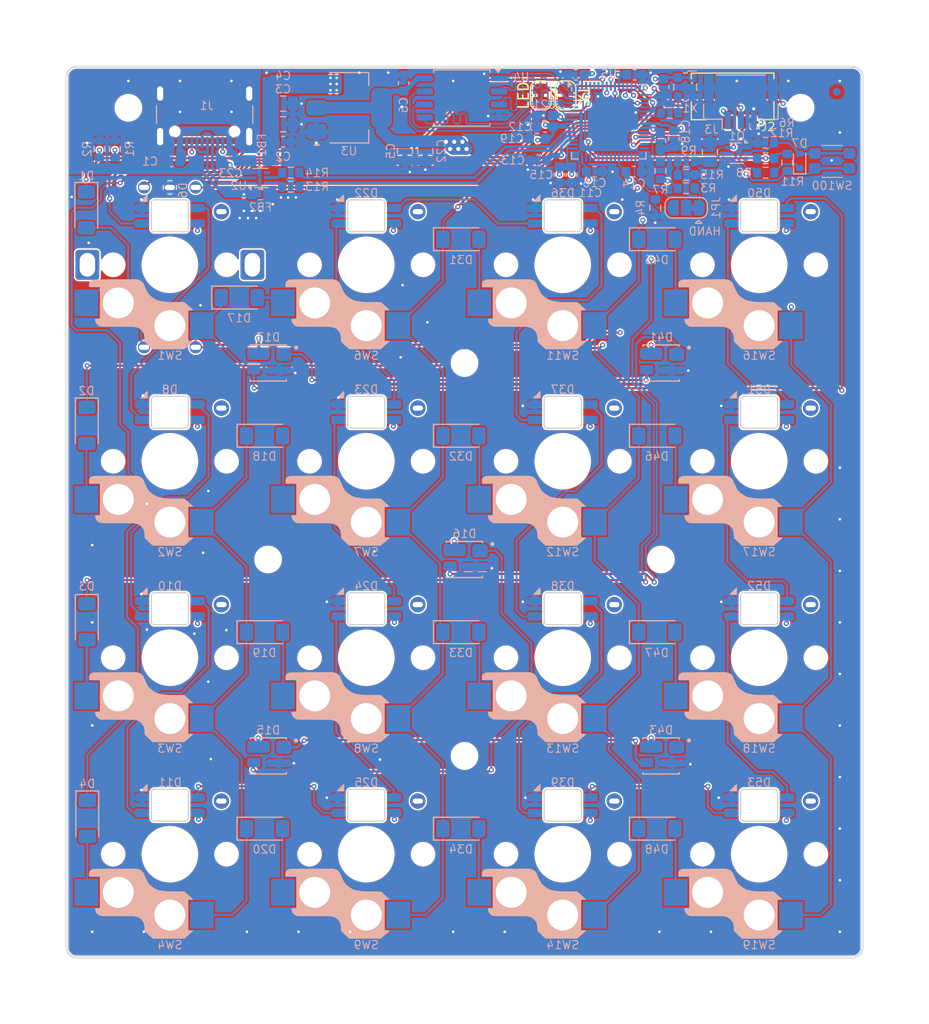
<source format=kicad_pcb>
(kicad_pcb (version 20241229) (generator "pcbnew") (generator_version "9.0")
  (title_block (title "${TITLE}") (date "2025-07-28") (rev "${REVISION}") (company "${COMPANY}") (comment 1 "${COMMENT1}"))
  (layers (0 "F.Cu" signal) (4 "In1.Cu" signal) (6 "In2.Cu" signal) (2 "B.Cu" signal) (13 "F.Paste" user) (15 "B.Paste" user) (5 "F.SilkS" user "F.Silkscreen") (7 "B.SilkS" user "B.Silkscreen") (1 "F.Mask" user) (3 "B.Mask" user) (25 "Edge.Cuts" user))
  (property "COMMENT1" "")
  (property "COMPANY" "MADMAN")
  (property "REVISION" "A")
  (property "TITLE" "Two Key, RP2040 Board")
  (net 0 "")
  (net 1 "Net-(D2-A)")
  (net 2 "/RP2040/3V3")
  (net 3 "/RP2040/RP2040/1V1")
  (net 4 "Net-(D7-A)")
  (net 5 "/Row0")
  (net 6 "+5V")
  (net 7 "GND")
  (net 8 "Net-(J1-CC1)")
  (net 9 "Net-(J1-CC2)")
  (net 10 "Net-(D1-A)")
  (net 11 "VBUS")
  (net 12 "/Row1")
  (net 15 "/RP2040/TX")
  (net 16 "Net-(Q1B-G)")
  (net 17 "Net-(X1-OUT)")
  (net 18 "/PreFIlterGND")
  (net 19 "Net-(D7-K)")
  (net 20 "/RP2040/~{RST}")
  (net 21 "/RP2040/SWCLK")
  (net 22 "/RP2040/SWDIO")
  (net 23 "Net-(D3-A)")
  (net 24 "/RP2040/RP2040/XTAL_IN")
  (net 25 "/RP2040/RP2040/QSPI_~{CS}")
  (net 26 "/RP2040/USB_D+")
  (net 27 "/RP2040/USB_D-")
  (net 28 "/Col0")
  (net 29 "/RP2040/RP2040/QSPI_SD0")
  (net 30 "/RP2040/RP2040/QSPI_SCLK")
  (net 31 "/RP2040/RP2040/QSPI_SD1")
  (net 32 "/RP2040/RP2040/QSPI_SD3")
  (net 33 "/RP2040/RP2040/QSPI_SD2")
  (net 35 "/RP2040/IO_8")
  (net 36 "Net-(D10-DIN)")
  (net 37 "/RP2040/ENC2B")
  (net 38 "Net-(JP1-A)")
  (net 39 "/RP2040/RP2040/GPIO24")
  (net 40 "/RP2040/RP2040/GPIO17")
  (net 41 "/RP2040/A3")
  (net 42 "/RP2040/~{CS}")
  (net 43 "Net-(JP1-B)")
  (net 44 "Net-(R15-Pad1)")
  (net 45 "/RP2040/RP2040/USB_D+")
  (net 46 "/REA")
  (net 47 "/RP2040/ENC2A")
  (net 48 "/RP2040/A2")
  (net 49 "/RP2040/MOSI")
  (net 50 "/RP2040/MISO")
  (net 51 "/RP2040/A1")
  (net 52 "/RP2040/SCK")
  (net 53 "/RP2040/A0")
  (net 54 "Net-(Q1B-D)")
  (net 55 "/RP2040/RP2040/USB_D-")
  (net 56 "/RP2040/RP2040/GPIO25")
  (net 57 "/Row2")
  (net 58 "/Row3")
  (net 59 "Net-(D4-A)")
  (net 60 "Net-(D6-DOUT)")
  (net 61 "Net-(D10-DOUT)")
  (net 62 "Net-(D11-DOUT)")
  (net 63 "Net-(D13-DIN)")
  (net 64 "Net-(D13-DOUT)")
  (net 65 "Net-(D15-DIN)")
  (net 66 "Net-(D15-DOUT)")
  (net 68 "Net-(D17-A)")
  (net 69 "Net-(D18-A)")
  (net 70 "Net-(D19-A)")
  (net 71 "Net-(D20-A)")
  (net 72 "Net-(D22-DIN)")
  (net 73 "Net-(D23-DIN)")
  (net 74 "Net-(D24-DIN)")
  (net 75 "Net-(D16-DIN)")
  (net 76 "Net-(D22-DOUT)")
  (net 77 "/Col1")
  (net 78 "Net-(D31-A)")
  (net 79 "Net-(D32-A)")
  (net 80 "Net-(D33-A)")
  (net 81 "Net-(D34-A)")
  (net 82 "Net-(D36-DOUT)")
  (net 83 "Net-(D37-DOUT)")
  (net 84 "Net-(D38-DOUT)")
  (net 85 "Net-(D39-DOUT)")
  (net 86 "Net-(D45-A)")
  (net 87 "/Col2")
  (net 88 "Net-(D46-A)")
  (net 89 "Net-(D47-A)")
  (net 90 "Net-(D48-A)")
  (net 91 "Net-(D50-DIN)")
  (net 92 "Net-(D51-DIN)")
  (net 93 "Net-(D52-DIN)")
  (net 94 "/RP2040/RP2040/GPIO18")
  (net 95 "/Col3")
  (net 97 "/RP2040/RP2040/GPIO19")
  (net 98 "/TX")
  (net 99 "/REB")
  (net 100 "/LED")
  (net 101 "/RP2040/SCL")
  (net 102 "/RP2040/SDA")
  (net 103 "/RP2040/LED")
  (net 104 "/PreFilter_USB_D+")
  (net 105 "/PreFilter_USB_D-")
  (footprint "MountingHole:MountingHole_2.2mm_M2_DIN965" (layer "F.Cu") (at 127.9325 46.375)
    (property "Reference" "H11" (hide yes))
    (property "Value" "MountingHole_Pad" (hide yes))
  )
  (footprint "kikit:Tab" (layer "F.Cu") (at 160.5325 128.875 90)
    (property "Reference" "T1" (hide yes))
    (property "Value" "Tab")
  )
  (footprint "kikit:Tab" (layer "F.Cu") (at 121.8325 90.475)
    (property "Reference" "T4" (hide yes))
    (property "Value" "Tab")
  )
  (footprint "kikit:Tab" (layer "F.Cu") (at 160.5325 42.275 -90)
    (property "Reference" "T3" (hide yes))
    (property "Value" "Tab")
  )
  (footprint "Mad_Footprints:BOM" (layer "F.Cu") (at 160.5325 70.831125)
    (property "Reference" "U1" (hide yes))
    (property "Value" "PCB")
  )
  (footprint "Jumper:SolderJumper-2_P1.3mm_Bridged_RoundedPad1.0x1.5mm" (layer "F.Cu") (at 170.3325 45.175 90)
    (property "Reference" "JP2" (hide yes))
    (property "Value" "SolderJumper_2_Bridged" (hide yes))
  )
  (footprint "Connector_JST:JST_SHL_SM05B-SHLS-TF_1x05-1MP_P1.00mm_Horizontal" (layer "F.Cu") (at 186.5325 46.125 180)
    (property "Reference" "J2")
    (property "Value" "Conn_ARM_SWD_TagConnect_TC2030-NL" (hide yes))
  )
  (footprint "kikit:Tab" (layer "F.Cu") (at 199.2325 90.175 180)
    (property "Reference" "T2" (hide yes))
    (property "Value" "Tab")
  )
  (footprint "MountingHole:MountingHole_2.2mm_M2_DIN965" (layer "F.Cu") (at 193.1325 46.375)
    (property "Reference" "H10" (hide yes))
    (property "Value" "MountingHole_Pad" (hide yes))
  )
  (footprint "Jumper:SolderJumper-2_P1.3mm_Bridged_RoundedPad1.0x1.5mm" (layer "F.Cu") (at 167.9325 45.175 -90)
    (property "Reference" "JP3" (hide yes))
    (property "Value" "SolderJumper_2_Bridged" (hide yes))
  )
  (footprint "Connector_JST:JST_GH_SM03B-GHS-TB_1x03-1MP_P1.25mm_Horizontal" (layer "B.Cu") (at 187.3325 45.775)
    (property "Reference" "J3")
    (property "Value" "TRS")
  )
  (footprint "kbd:keyswitch_choc12_hotswap_1u" (layer "B.Cu") (at 131.9575 80.65 180)
    (property "Reference" "SW2")
    (property "Value" "SW_SPST" (hide yes))
  )
  (footprint "Capacitor_SMD:C_0603_1608Metric" (layer "B.Cu") (at 176.9325 52.575)
    (property "Reference" "C14")
    (property "Value" "100nF")
  )
  (footprint "Diode_SMD:D_MiniMELF" (layer "B.Cu") (at 160.1825 78.175)
    (property "Reference" "D32")
    (property "Value" "LL4148")
  )
  (footprint "Diode_SMD:D_MiniMELF" (layer "B.Cu") (at 160.1825 59.125)
    (property "Reference" "D31")
    (property "Value" "LL4148")
  )
  (footprint "Mad_Footprints:SK6812MINI-E" (layer "B.Cu") (at 189.1075 114 180)
    (property "Reference" "D53")
    (property "Value" "SK6812_MINI_E")
    (fp_line (start 1.8 1.25) (end 1.8 -1.25) (stroke (width 0.12)) (layer "Edge.Cuts"))
    (fp_line (start 1.5 -1.55) (end -1.5 -1.55) (stroke (width 0.12)) (layer "Edge.Cuts"))
    (fp_line (start -1.5 1.55) (end 1.5 1.55) (stroke (width 0.12)) (layer "Edge.Cuts"))
    (fp_line (start -1.8 -1.25) (end -1.8 1.25) (stroke (width 0.12)) (layer "Edge.Cuts"))
    (fp_arc (start 1.8 1.25) (mid 1.712132 1.462132) (end 1.5 1.55) (stroke (width 0.12)) (layer "Edge.Cuts"))
    (fp_arc (start 1.5 -1.55) (mid 1.712132 -1.462132) (end 1.8 -1.25) (stroke (width 0.12)) (layer "Edge.Cuts"))
    (fp_arc (start -1.5 1.55) (mid -1.712132 1.462132) (end -1.8 1.25) (stroke (width 0.12)) (layer "Edge.Cuts"))
    (fp_arc (start -1.8 -1.25) (mid -1.712132 -1.462132) (end -1.5 -1.55) (stroke (width 0.12)) (layer "Edge.Cuts"))
  )
  (footprint "Capacitor_SMD:C_0603_1608Metric" (layer "B.Cu") (at 142.9325 49.675)
    (property "Reference" "C2")
    (property "Value" "100nF")
  )
  (footprint "Diode_SMD:D_MiniMELF" (layer "B.Cu") (at 123.95 115.275 -90)
    (property "Reference" "D4")
    (property "Value" "LL4148")
  )
  (footprint "kbd:keyswitch_choc12_hotswap_1u" (layer "B.Cu") (at 151.0075 118.75 180)
    (property "Reference" "SW9")
    (property "Value" "SW_SPST" (hide yes))
  )
  (footprint "Capacitor_SMD:C_0805_2012Metric" (layer "B.Cu") (at 184.3325 50.675 90)
    (property "Reference" "C9" (hide yes))
    (property "Value" "10uF")
  )
  (footprint "Mad_Footprints:SK6812MINI-E" (layer "B.Cu") (at 131.9575 114 180)
    (property "Reference" "D11")
    (property "Value" "SK6812_MINI_E")
    (fp_line (start 1.8 1.25) (end 1.8 -1.25) (stroke (width 0.12)) (layer "Edge.Cuts"))
    (fp_line (start 1.5 -1.55) (end -1.5 -1.55) (stroke (width 0.12)) (layer "Edge.Cuts"))
    (fp_line (start -1.5 1.55) (end 1.5 1.55) (stroke (width 0.12)) (layer "Edge.Cuts"))
    (fp_line (start -1.8 -1.25) (end -1.8 1.25) (stroke (width 0.12)) (layer "Edge.Cuts"))
    (fp_arc (start 1.8 1.25) (mid 1.712132 1.462132) (end 1.5 1.55) (stroke (width 0.12)) (layer "Edge.Cuts"))
    (fp_arc (start 1.5 -1.55) (mid 1.712132 -1.462132) (end 1.8 -1.25) (stroke (width 0.12)) (layer "Edge.Cuts"))
    (fp_arc (start -1.5 1.55) (mid -1.712132 1.462132) (end -1.8 1.25) (stroke (width 0.12)) (layer "Edge.Cuts"))
    (fp_arc (start -1.8 -1.25) (mid -1.712132 -1.462132) (end -1.5 -1.55) (stroke (width 0.12)) (layer "Edge.Cuts"))
  )
  (footprint "Mad_Footprints:ST_UQFN-6L_1.5x1.7mm_P0.5mm" (layer "B.Cu") (at 140.7325 53.175)
    (property "Reference" "U2")
    (property "Value" "ECMF02-2AMX6")
  )
  (footprint "Diode_SMD:D_MiniMELF" (layer "B.Cu") (at 141.1325 116.275)
    (property "Reference" "D20")
    (property "Value" "LL4148")
  )
  (footprint "Mad_Footprints:SK6812MINI-E" (layer "B.Cu") (at 131.9575 75.9 180)
    (property "Reference" "D8")
    (property "Value" "SK6812_MINI_E")
    (fp_line (start 1.8 1.25) (end 1.8 -1.25) (stroke (width 0.12)) (layer "Edge.Cuts"))
    (fp_line (start 1.5 -1.55) (end -1.5 -1.55) (stroke (width 0.12)) (layer "Edge.Cuts"))
    (fp_line (start -1.5 1.55) (end 1.5 1.55) (stroke (width 0.12)) (layer "Edge.Cuts"))
    (fp_line (start -1.8 -1.25) (end -1.8 1.25) (stroke (width 0.12)) (layer "Edge.Cuts"))
    (fp_arc (start 1.8 1.25) (mid 1.712132 1.462132) (end 1.5 1.55) (stroke (width 0.12)) (layer "Edge.Cuts"))
    (fp_arc (start 1.5 -1.55) (mid 1.712132 -1.462132) (end 1.8 -1.25) (stroke (width 0.12)) (layer "Edge.Cuts"))
    (fp_arc (start -1.5 1.55) (mid -1.712132 1.462132) (end -1.8 1.25) (stroke (width 0.12)) (layer "Edge.Cuts"))
    (fp_arc (start -1.8 -1.25) (mid -1.712132 -1.462132) (end -1.5 -1.55) (stroke (width 0.12)) (layer "Edge.Cuts"))
  )
  (footprint "Resistor_SMD:R_0603_1608Metric" (layer "B.Cu") (at 182.0325 52.875)
    (property "Reference" "R15")
    (property "Value" "51K")
  )
  (footprint "kbd:keyswitch_choc12_hotswap_1u" (layer "B.Cu") (at 170.0575 118.75 180)
    (property "Reference" "SW14")
    (property "Value" "SW_SPST" (hide yes))
  )
  (footprint "Resistor_SMD:R_0603_1608Metric" (layer "B.Cu") (at 143.6825 54.025)
    (property "Reference" "R13")
    (property "Value" "27R")
  )
  (footprint "Mad_Footprints:SK6812MINI-E" (layer "B.Cu") (at 189.1075 56.85 180)
    (property "Reference" "D50")
    (property "Value" "SK6812_MINI_E")
    (fp_line (start 1.8 1.25) (end 1.8 -1.25) (stroke (width 0.12)) (layer "Edge.Cuts"))
    (fp_line (start 1.5 -1.55) (end -1.5 -1.55) (stroke (width 0.12)) (layer "Edge.Cuts"))
    (fp_line (start -1.5 1.55) (end 1.5 1.55) (stroke (width 0.12)) (layer "Edge.Cuts"))
    (fp_line (start -1.8 -1.25) (end -1.8 1.25) (stroke (width 0.12)) (layer "Edge.Cuts"))
    (fp_arc (start 1.8 1.25) (mid 1.712132 1.462132) (end 1.5 1.55) (stroke (width 0.12)) (layer "Edge.Cuts"))
    (fp_arc (start 1.5 -1.55) (mid 1.712132 -1.462132) (end 1.8 -1.25) (stroke (width 0.12)) (layer "Edge.Cuts"))
    (fp_arc (start -1.5 1.55) (mid -1.712132 1.462132) (end -1.8 1.25) (stroke (width 0.12)) (layer "Edge.Cuts"))
    (fp_arc (start -1.8 -1.25) (mid -1.712132 -1.462132) (end -1.5 -1.55) (stroke (width 0.12)) (layer "Edge.Cuts"))
  )
  (footprint "Mad_Footprints:SK6812MINI-E" (layer "B.Cu") (at 151.0075 94.95 180)
    (property "Reference" "D24")
    (property "Value" "SK6812_MINI_E")
    (fp_line (start 1.8 1.25) (end 1.8 -1.25) (stroke (width 0.12)) (layer "Edge.Cuts"))
    (fp_line (start 1.5 -1.55) (end -1.5 -1.55) (stroke (width 0.12)) (layer "Edge.Cuts"))
    (fp_line (start -1.5 1.55) (end 1.5 1.55) (stroke (width 0.12)) (layer "Edge.Cuts"))
    (fp_line (start -1.8 -1.25) (end -1.8 1.25) (stroke (width 0.12)) (layer "Edge.Cuts"))
    (fp_arc (start 1.8 1.25) (mid 1.712132 1.462132) (end 1.5 1.55) (stroke (width 0.12)) (layer "Edge.Cuts"))
    (fp_arc (start 1.5 -1.55) (mid 1.712132 -1.462132) (end 1.8 -1.25) (stroke (width 0.12)) (layer "Edge.Cuts"))
    (fp_arc (start -1.5 1.55) (mid -1.712132 1.462132) (end -1.8 1.25) (stroke (width 0.12)) (layer "Edge.Cuts"))
    (fp_arc (start -1.8 -1.25) (mid -1.712132 -1.462132) (end -1.5 -1.55) (stroke (width 0.12)) (layer "Edge.Cuts"))
  )
  (footprint "Resistor_SMD:R_0603_1608Metric" (layer "B.Cu") (at 189.7325 52.675)
    (property "Reference" "R8")
    (property "Value" "51K")
  )
  (footprint "Capacitor_SMD:C_0603_1608Metric" (layer "B.Cu") (at 167.5825 49.375 180)
    (property "Reference" "C19")
    (property "Value" "100nF")
  )
  (footprint "Capacitor_SMD:C_0603_1608Metric" (layer "B.Cu") (at 167.7325 51.475)
    (property "Reference" "C13")
    (property "Value" "1uF")
  )
  (footprint "kbd:keyswitch_choc12_hotswap_1u" (layer "B.Cu") (at 189.1075 118.75 180)
    (property "Reference" "SW19")
    (property "Value" "SW_SPST" (hide yes))
  )
  (footprint "Capacitor_SMD:C_0603_1608Metric" (layer "B.Cu") (at 179.8325 44.375 -90)
    (property "Reference" "C7" (hide yes))
    (property "Value" "100nF")
  )
  (footprint "Oscillator:Oscillator_SMD_ECS_2520MV-xxx-xx-4Pin_2.5x2.0mm" (layer "B.Cu") (at 181.9325 44.375 180)
    (property "Reference" "X1")
    (property "Value" "ECS-2520MVLC-120-CN")
  )
  (footprint "kbd:keyswitch_choc12_hotswap_1u" (layer "B.Cu") (at 189.1075 80.65 180)
    (property "Reference" "SW17")
    (property "Value" "SW_SPST" (hide yes))
  )
  (footprint "Mad_Footprints:SK6812MINI-E" (layer "B.Cu") (at 170.0575 114 180)
    (property "Reference" "D39")
    (property "Value" "SK6812_MINI_E")
    (fp_line (start 1.8 1.25) (end 1.8 -1.25) (stroke (width 0.12)) (layer "Edge.Cuts"))
    (fp_line (start 1.5 -1.55) (end -1.5 -1.55) (stroke (width 0.12)) (layer "Edge.Cuts"))
    (fp_line (start -1.5 1.55) (end 1.5 1.55) (stroke (width 0.12)) (layer "Edge.Cuts"))
    (fp_line (start -1.8 -1.25) (end -1.8 1.25) (stroke (width 0.12)) (layer "Edge.Cuts"))
    (fp_arc (start 1.8 1.25) (mid 1.712132 1.462132) (end 1.5 1.55) (stroke (width 0.12)) (layer "Edge.Cuts"))
    (fp_arc (start 1.5 -1.55) (mid 1.712132 -1.462132) (end 1.8 -1.25) (stroke (width 0.12)) (layer "Edge.Cuts"))
    (fp_arc (start -1.5 1.55) (mid -1.712132 1.462132) (end -1.8 1.25) (stroke (width 0.12)) (layer "Edge.Cuts"))
    (fp_arc (start -1.8 -1.25) (mid -1.712132 -1.462132) (end -1.5 -1.55) (stroke (width 0.12)) (layer "Edge.Cuts"))
  )
  (footprint "Mad_Footprints:SK6812MINI-E" (layer "B.Cu") (at 151.0075 114 180)
    (property "Reference" "D25")
    (property "Value" "SK6812_MINI_E")
    (fp_line (start 1.8 1.25) (end 1.8 -1.25) (stroke (width 0.12)) (layer "Edge.Cuts"))
    (fp_line (start 1.5 -1.55) (end -1.5 -1.55) (stroke (width 0.12)) (layer "Edge.Cuts"))
    (fp_line (start -1.5 1.55) (end 1.5 1.55) (stroke (width 0.12)) (layer "Edge.Cuts"))
    (fp_line (start -1.8 -1.25) (end -1.8 1.25) (stroke (width 0.12)) (layer "Edge.Cuts"))
    (fp_arc (start 1.8 1.25) (mid 1.712132 1.462132) (end 1.5 1.55) (stroke (width 0.12)) (layer "Edge.Cuts"))
    (fp_arc (start 1.5 -1.55) (mid 1.712132 -1.462132) (end 1.8 -1.25) (stroke (width 0.12)) (layer "Edge.Cuts"))
    (fp_arc (start -1.5 1.55) (mid -1.712132 1.462132) (end -1.8 1.25) (stroke (width 0.12)) (layer "Edge.Cuts"))
    (fp_arc (start -1.8 -1.25) (mid -1.712132 -1.462132) (end -1.5 -1.55) (stroke (width 0.12)) (layer "Edge.Cuts"))
  )
  (footprint "Diode_SMD:D_MiniMELF" (layer "B.Cu") (at 141.1325 78.175)
    (property "Reference" "D18")
    (property "Value" "LL4148")
  )
  (footprint "Mad_Footprints:SK6812MINI-012" (layer "B.Cu") (at 160.5325 90.175 180)
    (property "Reference" "D16")
    (property "Value" "SK6812MINI")
  )
  (footprint "Resistor_SMD:R_0603_1608Metric" (layer "B.Cu") (at 179.0325 56.075 -90)
    (property "Reference" "R4")
    (property "Value" "5K1")
  )
  (footprint "Mad_Footprints:SK6812MINI-E" (layer "B.Cu") (at 170.0575 94.95 180)
    (property "Reference" "D38")
    (property "Value" "SK6812_MINI_E")
    (fp_line (start 1.8 1.25) (end 1.8 -1.25) (stroke (width 0.12)) (layer "Edge.Cuts"))
    (fp_line (start 1.5 -1.55) (end -1.5 -1.55) (stroke (width 0.12)) (layer "Edge.Cuts"))
    (fp_line (start -1.5 1.55) (end 1.5 1.55) (stroke (width 0.12)) (layer "Edge.Cuts"))
    (fp_line (start -1.8 -1.25) (end -1.8 1.25) (stroke (width 0.12)) (layer "Edge.Cuts"))
    (fp_arc (start 1.8 1.25) (mid 1.712132 1.462132) (end 1.5 1.55) (stroke (width 0.12)) (layer "Edge.Cuts"))
    (fp_arc (start 1.5 -1.55) (mid 1.712132 -1.462132) (end 1.8 -1.25) (stroke (width 0.12)) (layer "Edge.Cuts"))
    (fp_arc (start -1.5 1.55) (mid -1.712132 1.462132) (end -1.8 1.25) (stroke (width 0.12)) (layer "Edge.Cuts"))
    (fp_arc (start -1.8 -1.25) (mid -1.712132 -1.462132) (end -1.5 -1.55) (stroke (width 0.12)) (layer "Edge.Cuts"))
  )
  (footprint "Capacitor_SMD:C_0603_1608Metric" (layer "B.Cu") (at 169.7325 52.875 90)
    (property "Reference" "C15")
    (property "Value" "1uF")
  )
  (footprint "kbd:keyswitch_choc12_hotswap_1u" (layer "B.Cu") (at 151.0075 80.65 180)
    (property "Reference" "SW7")
    (property "Value" "SW_SPST" (hide yes))
  )
  (footprint "Capacitor_SMD:C_0805_2012Metric" (layer "B.Cu") (at 156.7325 50.575 -90)
    (property "Reference" "C22")
    (property "Value" "10uF")
  )
  (footprint "Mad_Footprints:SK6812MINI-E" (layer "B.Cu") (at 151.0075 56.85 180)
    (property "Reference" "D22")
    (property "Value" "SK6812_MINI_E")
    (fp_line (start 1.8 1.25) (end 1.8 -1.25) (stroke (width 0.12)) (layer "Edge.Cuts"))
    (fp_line (start 1.5 -1.55) (end -1.5 -1.55) (stroke (width 0.12)) (layer "Edge.Cuts"))
    (fp_line (start -1.5 1.55) (end 1.5 1.55) (stroke (width 0.12)) (layer "Edge.Cuts"))
    (fp_line (start -1.8 -1.25) (end -1.8 1.25) (stroke (width 0.12)) (layer "Edge.Cuts"))
    (fp_arc (start 1.8 1.25) (mid 1.712132 1.462132) (end 1.5 1.55) (stroke (width 0.12)) (layer "Edge.Cuts"))
    (fp_arc (start 1.5 -1.55) (mid 1.712132 -1.462132) (end 1.8 -1.25) (stroke (width 0.12)) (layer "Edge.Cuts"))
    (fp_arc (start -1.5 1.55) (mid -1.712132 1.462132) (end -1.8 1.25) (stroke (width 0.12)) (layer "Edge.Cuts"))
    (fp_arc (start -1.8 -1.25) (mid -1.712132 -1.462132) (end -1.5 -1.55) (stroke (width 0.12)) (layer "Edge.Cuts"))
  )
  (footprint "Mad_Footprints:SK6812MINI-E" (layer "B.Cu") (at 170.0575 56.85 180)
    (property "Reference" "D36")
    (property "Value" "SK6812_MINI_E")
    (fp_line (start 1.8 1.25) (end 1.8 -1.25) (stroke (width 0.12)) (layer "Edge.Cuts"))
    (fp_line (start 1.5 -1.55) (end -1.5 -1.55) (stroke (width 0.12)) (layer "Edge.Cuts"))
    (fp_line (start -1.5 1.55) (end 1.5 1.55) (stroke (width 0.12)) (layer "Edge.Cuts"))
    (fp_line (start -1.8 -1.25) (end -1.8 1.25) (stroke (width 0.12)) (layer "Edge.Cuts"))
    (fp_arc (start 1.8 1.25) (mid 1.712132 1.462132) (end 1.5 1.55) (stroke (width 0.12)) (layer "Edge.Cuts"))
    (fp_arc (start 1.5 -1.55) (mid 1.712132 -1.462132) (end 1.8 -1.25) (stroke (width 0.12)) (layer "Edge.Cuts"))
    (fp_arc (start -1.5 1.55) (mid -1.712132 1.462132) (end -1.8 1.25) (stroke (width 0.12)) (layer "Edge.Cuts"))
    (fp_arc (start -1.8 -1.25) (mid -1.712132 -1.462132) (end -1.5 -1.55) (stroke (width 0.12)) (layer "Edge.Cuts"))
  )
  (footprint "kbd:keyswitch_choc12_hotswap_1u_rotary_encoder_ec12" (layer "B.Cu") (at 131.9575 61.6 180)
    (property "Reference" "SW1")
    (property "Value" "RotaryEncoder_Switch" (hide yes))
  )
  (footprint "Mad_Footprints:SK6812MINI-E" (layer "B.Cu") (at 131.95 56.85 180)
    (property "Reference" "D6")
    (property "Value" "SK6812_MINI_E")
    (fp_line (start 1.8 1.25) (end 1.8 -1.25) (stroke (width 0.12)) (layer "Edge.Cuts"))
    (fp_line (start 1.5 -1.55) (end -1.5 -1.55) (stroke (width 0.12)) (layer "Edge.Cuts"))
    (fp_line (start -1.5 1.55) (end 1.5 1.55) (stroke (width 0.12)) (layer "Edge.Cuts"))
    (fp_line (start -1.8 -1.25) (end -1.8 1.25) (stroke (width 0.12)) (layer "Edge.Cuts"))
    (fp_arc (start 1.8 1.25) (mid 1.712132 1.462132) (end 1.5 1.55) (stroke (width 0.12)) (layer "Edge.Cuts"))
    (fp_arc (start 1.5 -1.55) (mid 1.712132 -1.462132) (end 1.8 -1.25) (stroke (width 0.12)) (layer "Edge.Cuts"))
    (fp_arc (start -1.5 1.55) (mid -1.712132 1.462132) (end -1.8 1.25) (stroke (width 0.12)) (layer "Edge.Cuts"))
    (fp_arc (start -1.8 -1.25) (mid -1.712132 -1.462132) (end -1.5 -1.55) (stroke (width 0.12)) (layer "Edge.Cuts"))
  )
  (footprint "Resistor_SMD:R_0603_1608Metric" (layer "B.Cu") (at 143.6825 52.675)
    (property "Reference" "R14")
    (property "Value" "27R")
  )
  (footprint "Diode_SMD:D_MiniMELF" (layer "B.Cu") (at 160.1825 116.275)
    (property "Reference" "D34")
    (property "Value" "LL4148")
  )
  (footprint "Resistor_SMD:R_0603_1608Metric" (layer "B.Cu") (at 180.4325 46.875)
    (property "Reference" "R10" (hide yes))
    (property "Value" "1K")
  )
  (footprint "Resistor_SMD:R_0603_1608Metric" (layer "B.Cu") (at 179.5325 52.475 -90)
    (property "Reference" "R7")
    (property "Value" "10K")
  )
  (footprint "Resistor_SMD:R_0603_1608Metric" (layer "B.Cu") (at 182.0325 51.575 180)
    (property "Reference" "R9")
    (property "Value" "51K")
  )
  (footprint "kbd:keyswitch_choc12_hotswap_1u" (layer "B.Cu") (at 151.0075 99.7 180)
    (property "Reference" "SW8")
    (property "Value" "SW_SPST" (hide yes))
  )
  (footprint "Mad_Footprints:SK6812MINI-E" (layer "B.Cu") (at 170.0575 75.9 180)
    (property "Reference" "D37")
    (property "Value" "SK6812_MINI_E")
    (fp_line (start 1.8 1.25) (end 1.8 -1.25) (stroke (width 0.12)) (layer "Edge.Cuts"))
    (fp_line (start 1.5 -1.55) (end -1.5 -1.55) (stroke (width 0.12)) (layer "Edge.Cuts"))
    (fp_line (start -1.5 1.55) (end 1.5 1.55) (stroke (width 0.12)) (layer "Edge.Cuts"))
    (fp_line (start -1.8 -1.25) (end -1.8 1.25) (stroke (width 0.12)) (layer "Edge.Cuts"))
    (fp_arc (start 1.8 1.25) (mid 1.712132 1.462132) (end 1.5 1.55) (stroke (width 0.12)) (layer "Edge.Cuts"))
    (fp_arc (start 1.5 -1.55) (mid 1.712132 -1.462132) (end 1.8 -1.25) (stroke (width 0.12)) (layer "Edge.Cuts"))
    (fp_arc (start -1.5 1.55) (mid -1.712132 1.462132) (end -1.8 1.25) (stroke (width 0.12)) (layer "Edge.Cuts"))
    (fp_arc (start -1.8 -1.25) (mid -1.712132 -1.462132) (end -1.5 -1.55) (stroke (width 0.12)) (layer "Edge.Cuts"))
  )
  (footprint "Connector_USB:USB_C_Receptacle_GCT_USB4105-xx-A_16P_TopMnt_Horizontal" (layer "B.Cu") (at 135.3325 46.075)
    (property "Reference" "J1")
    (property "Value" "USB_C_Receptacle" (hide yes))
  )
  (footprint "kbd:keyswitch_choc12_hotswap_1u" (layer "B.Cu") (at 151.0075 61.6 180)
    (property "Reference" "SW6")
    (property "Value" "SW_SPST" (hide yes))
  )
  (footprint "Diode_SMD:D_MiniMELF" (layer "B.Cu") (at 160.1825 97.225)
    (property "Reference" "D33")
    (property "Value" "LL4148")
  )
  (footprint "Package_DFN_QFN:QFN-56-1EP_7x7mm_P0.4mm_EP3.2x3.2mm" (layer "B.Cu") (at 174.525 47.725 -90)
    (property "Reference" "U5")
    (property "Value" "RP2040" (hide yes))
  )
  (footprint "Mad_Footprints:SK6812MINI-012" (layer "B.Cu") (at 179.6 71.125 180)
    (property "Reference" "D41")
    (property "Value" "SK6812MINI")
  )
  (footprint "Jumper:SolderJumper-3_P1.3mm_Bridged12_RoundedPad1.0x1.5mm" (layer "B.Cu") (at 182.0325 56.075 180)
    (property "Reference" "JP1")
    (property "Value" "Split Hand Detect Selector" (hide yes))
  )
  (footprint "Capacitor_SMD:C_0603_1608Metric" (layer "B.Cu") (at 170.9325 52.875 -90)
    (property "Reference" "C11")
    (property "Value" "100nF")
  )
  (footprint "Diode_SMD:D_MiniMELF" (layer "B.Cu") (at 123.85 56.275 -90)
    (property "Reference" "D1")
    (property "Value" "LL4148" (hide yes))
  )
  (footprint "Package_TO_SOT_SMD:SOT-666" (layer "B.Cu") (at 186.9325 50.775 180)
    (property "Reference" "Q1")
    (property "Value" "2N7002PV,115")
  )
  (footprint "Capacitor_SMD:C_0603_1608Metric" (layer "B.Cu") (at 180.8325 49.375 -90)
    (property "Reference" "C18")
    (property "Value" "100nF")
  )
  (footprint "kbd:keyswitch_choc12_hotswap_1u" (layer "B.Cu") (at 170.0575 80.65 180)
    (property "Reference" "SW12")
    (property "Value" "SW_SPST" (hide yes))
  )
  (footprint "kbd:keyswitch_choc12_hotswap_1u" (layer "B.Cu") (at 131.9575 99.7 180)
    (property "Reference" "SW3")
    (property "Value" "SW_SPST" (hide yes))
  )
  (footprint "Mad_Footprints:SK6812MINI-012" (layer "B.Cu") (at 141.5 109.225 180)
    (property "Reference" "D15")
    (property "Value" "SK6812MINI")
  )
  (footprint "Capacitor_SMD:C_0805_2012Metric" (layer "B.Cu") (at 154.7575 50.575 -90)
    (property "Reference" "C5")
    (property "Value" "10uF" (hide yes))
  )
  (footprint "kbd:keyswitch_choc12_hotswap_1u" (layer "B.Cu") (at 170.0575 99.7 180)
    (property "Reference" "SW13")
    (property "Value" "SW_SPST" (hide yes))
  )
  (footprint "Capacitor_SMD:C_0603_1608Metric" (layer "B.Cu") (at 177.0325 43.175)
    (property "Reference" "C17" (hide yes))
    (property "Value" "100nF")
  )
  (footprint "kbd:keyswitch_choc12_hotswap_1u" (layer "B.Cu") (at 189.1075 61.6 180)
    (property "Reference" "SW16")
    (property "Value" "SW_SPST" (hide yes))
  )
  (footprint "Capacitor_SMD:C_0603_1608Metric" (layer "B.Cu") (at 137.8325 51.575 180)
    (property "Reference" "C23")
    (property "Value" "100nF")
  )
  (footprint "Capacitor_SMD:C_0805_2012Metric" (layer "B.Cu") (at 142.9325 45.975)
    (property "Reference" "C4")
    (property "Value" "10uF")
  )
  (footprint "Resistor_SMD:R_0603_1608Metric" (layer "B.Cu") (at 126.6325 50.375 90)
    (property "Reference" "R1")
    (property "Value" "5K1")
  )
  (footprint "kbd:keyswitch_choc12_hotswap_1u" (layer "B.Cu") (at 170.0575 61.6 180)
    (property "Reference" "SW11")
    (property "Value" "SW_SPST" (hide yes))
  )
  (footprint "Capacitor_SMD:C_0603_1608Metric" (layer "B.Cu") (at 179.5325 49.575 -90)
    (property "Reference" "C20" (hide yes))
    (property "Value" "100nF")
  )
  (footprint "Resistor_SMD:R_0603_1608Metric" (layer "B.Cu") (at 182.0325 54.175)
    (property "Reference" "R3")
    (property "Value" "5K1")
  )
  (footprint "kbd:keyswitch_choc12_hotswap_1u" (layer "B.Cu") (at 131.9575 118.75 180)
    (property "Reference" "SW4")
    (property "Value" "SW_SPST" (hide yes))
  )
  (footprint "Fiducial:Fiducial_0.75mm_Mask1.5mm" (layer "B.Cu") (at 196.6325 44.825)
    (property "Reference" "FID1" (hide yes))
    (property "Value" "Fiducial" (hide yes))
  )
  (footprint "Capacitor_SMD:C_0603_1608Metric" (layer "B.Cu") (at 132.1325 51.575 180)
    (property "Reference" "C1")
    (property "Value" "100nF")
  )
  (footprint "MountingHole:MountingHole_2.2mm_M2_DIN965" (layer "B.Cu") (at 160.5325 71.125)
    (property "Reference" "H2" (hide yes))
    (property "Value" "MountingHole_Pad" (hide yes))
  )
  (footprint "Inductor_SMD:L_0603_1608Metric" (layer "B.Cu") (at 140.7325 54.775)
    (property "Reference" "FB2")
    (property "Value" "BLM18PG330SN1D")
  )
  (footprint "Diode_SMD:D_MiniMELF" (layer "B.Cu") (at 179.1825 97.225)
    (property "Reference" "D47")
    (property "Value" "LL4148")
  )
  (footprint "Mad_Footprints:SK6812MINI-E" (layer "B.Cu") (at 131.9575 94.95 180)
    (property "Reference" "D10")
    (property "Value" "SK6812_MINI_E")
    (fp_line (start 1.8 1.25) (end 1.8 -1.25) (stroke (width 0.12)) (layer "Edge.Cuts"))
    (fp_line (start 1.5 -1.55) (end -1.5 -1.55) (stroke (width 0.12)) (layer "Edge.Cuts"))
    (fp_line (start -1.5 1.55) (end 1.5 1.55) (stroke (width 0.12)) (layer "Edge.Cuts"))
    (fp_line (start -1.8 -1.25) (end -1.8 1.25) (stroke (width 0.12)) (layer "Edge.Cuts"))
    (fp_arc (start 1.8 1.25) (mid 1.712132 1.462132) (end 1.5 1.55) (stroke (width 0.12)) (layer "Edge.Cuts"))
    (fp_arc (start 1.5 -1.55) (mid 1.712132 -1.462132) (end 1.8 -1.25) (stroke (width 0.12)) (layer "Edge.Cuts"))
    (fp_arc (start -1.5 1.55) (mid -1.712132 1.462132) (end -1.8 1.25) (stroke (width 0.12)) (layer "Edge.Cuts"))
    (fp_arc (start -1.8 -1.25) (mid -1.712132 -1.462132) (end -1.5 -1.55) (stroke (width 0.12)) (layer "Edge.Cuts"))
  )
  (footprint "Resistor_SMD:R_0603_1608Metric" (layer "B.Cu") (at 189.7325 49.775)
    (property "Reference" "R6")
    (property "Value" "10K")
  )
  (footprint "Mad_Footprints:SK6812MINI-E" (layer "B.Cu") (at 151.0075 75.9 180)
    (property "Reference" "D23")
    (property "Value" "SK6812_MINI_E")
    (fp_line (start 1.8 1.25) (end 1.8 -1.25) (stroke (width 0.12)) (layer "Edge.Cuts"))
    (fp_line (start 1.5 -1.55) (end -1.5 -1.55) (stroke (width 0.12)) (layer "Edge.Cuts"))
    (fp_line (start -1.5 1.55) (end 1.5 1.55) (stroke (width 0.12)) (layer "Edge.Cuts"))
    (fp_line (start -1.8 -1.25) (end -1.8 1.25) (stroke (width 0.12)) (layer "Edge.Cuts"))
    (fp_arc (start 1.8 1.25) (mid 1.712132 1.462132) (end 1.5 1.55) (stroke (width 0.12)) (layer "Edge.Cuts"))
    (fp_arc (start 1.5 -1.55) (mid 1.712132 -1.462132) (end 1.8 -1.25) (stroke (width 0.12)) (layer "Edge.Cuts"))
    (fp_arc (start -1.5 1.55) (mid -1.712132 1.462132) (end -1.8 1.25) (stroke (width 0.12)) (layer "Edge.Cuts"))
    (fp_arc (start -1.8 -1.25) (mid -1.712132 -1.462132) (end -1.5 -1.55) (stroke (width 0.12)) (layer "Edge.Cuts"))
  )
  (footprint "Capacitor_SMD:C_0603_1608Metric" (layer "B.Cu") (at 173.1325 52.575)
    (property "Reference" "C16")
    (property "Value" "100nF")
  )
  (footprint "MountingHole:MountingHole_2.2mm_M2_DIN965" (layer "B.Cu") (at 160.5325 109.225 180)
    (property "Reference" "H8" (hide yes))
    (property "Value" "MountingHole_Pad" (hide yes))
  )
  (footprint "Mad_Footprints:SK6812MINI-012" (layer "B.Cu") (at 179.6 109.225 180)
    (property "Reference" "D43")
    (property "Value" "SK6812MINI")
  )
  (footprint "Diode_SMD:D_MiniMELF" (layer "B.Cu") (at 179.1825 116.275)
    (property "Reference" "D48")
    (property "Value" "LL4148")
  )
  (footprint "Resistor_SMD:R_0603_1608Metric" (layer "B.Cu") (at 191.8325 51.675 -90)
    (property "Reference" "R11")
    (property "Value" "10K")
  )
  (footprint "Diode_SMD:D_MiniMELF" (layer "B.Cu") (at 138.6825 64.775)
    (property "Reference" "D17")
    (property "Value" "LL4148")
  )
  (footprint "Diode_SMD:D_MiniMELF" (layer "B.Cu") (at 123.9 77.175 -90)
    (property "Reference" "D2")
    (property "Value" "LL4148" (hide yes))
  )
  (footprint "Capacitor_SMD:C_0805_2012Metric" (layer "B.Cu") (at 142.9325 47.975)
    (property "Reference" "C3")
    (property "Value" "10uF")
  )
  (footprint "Diode_SMD:D_MiniMELF" (layer "B.Cu") (at 179.1825 59.125)
    (property "Reference" "D45")
    (property "Value" "LL4148")
  )
  (footprint "Mad_Footprints:SOIC-8_5.23x5.23mm_P1.27mm" (layer "B.Cu") (at 160.275 45.425 180)
    (property "Reference" "U4")
    (property "Value" "W25Q128JVSIQ" (hide yes))
  )
  (footprint "kbd:keyswitch_choc12_hotswap_1u" (layer "B.Cu") (at 189.1075 99.7 180)
    (property "Reference" "SW18")
    (property "Value" "SW_SPST" (hide yes))
  )
  (footprint "Capacitor_SMD:C_0603_1608Metric" (layer "B.Cu") (at 168.2825 47.125 180)
    (property "Reference" "C21")
    (property "Value" "100nF")
  )
  (footprint "Resistor_SMD:R_0603_1608Metric" (layer "B.Cu") (at 189.7325 51.275)
    (property "Reference" "R12")
    (property "Value" "1K")
  )
  (footprint "Diode_SMD:D_MiniMELF" (layer "B.Cu") (at 123.9 96.225 -90)
    (property "Reference" "D3")
    (property "Value" "LL4148")
  )
  (footprint "Diode_SMD:D_MiniMELF" (layer "B.Cu") (at 179.1825 78.175)
    (property "Reference" "D46")
    (property "Value" "LL4148")
  )
  (footprint "Capacitor_SMD:C_0603_1608Metric" (layer "B.Cu") (at 154.6325 43.975 90)
    (property "Reference" "C6")
    (property "Value" "100nF")
  )
  (footprint "Mad_Footprints:SK6812MINI-E" (layer "B.Cu") (at 189.1075 94.95 180)
    (property "Reference" "D52")
    (property "Value" "SK6812_MINI_E")
    (fp_line (start 1.8 1.25) (end 1.8 -1.25) (stroke (width 0.12)) (layer "Edge.Cuts"))
    (fp_line (start 1.5 -1.55) (end -1.5 -1.55) (stroke (width 0.12)) (layer "Edge.Cuts"))
    (fp_line (start -1.5 1.55) (end 1.5 1.55) (stroke (width 0.12)) (layer "Edge.Cuts"))
    (fp_line (start -1.8 -1.25) (end -1.8 1.25) (stroke (width 0.12)) (layer "Edge.Cuts"))
    (fp_arc (start 1.8 1.25) (mid 1.712132 1.462132) (end 1.5 1.55) (stroke (width 0.12)) (layer "Edge.Cuts"))
    (fp_arc (start 1.5 -1.55) (mid 1.712132 -1.462132) (end 1.8 -1.25) (stroke (width 0.12)) (layer "Edge.Cuts"))
    (fp_arc (start -1.5 1.55) (mid -1.712132 1.462132) (end -1.8 1.25) (stroke (width 0.12)) (layer "Edge.Cuts"))
    (fp_arc (start -1.8 -1.25) (mid -1.712132 -1.462132) (end -1.5 -1.55) (stroke (width 0.12)) (layer "Edge.Cuts"))
  )
  (footprint "Capacitor_SMD:C_0603_1608Metric" (layer "B.Cu") (at 171.3325 43.175 180)
    (property "Reference" "C10" (hide yes))
    (property "Value" "100nF")
  )
  (footprint "MountingHole:MountingHole_2.2mm_M2_DIN965" (layer "B.Cu") (at 179.5825 90.175)
    (property "Reference" "H6" (hide yes))
    (property "Value" "MountingHole_Pad" (hide yes))
  )
  (footprint "Mad_Footprints:EVP-AA202K" (layer "B.Cu") (at 196.1825 51.525)
    (property "Reference" "SW100")
    (property "Value" "EVPAA202K")
  )
  (footprint "Diode_SMD:D_SOD-523" (layer "B.Cu") (at 193.0325 51.525 90)
    (property "Reference" "D7")
    (property "Value" "RB520S30")
  )
  (footprint "Diode_SMD:D_MiniMELF" (layer "B.Cu") (at 141.1325 97.225)
    (property "Reference" "D19")
    (property "Value" "LL4148")
  )
  (footprint "Mad_Footprints:SK6812MINI-012" (layer "B.Cu") (at 141.5 71.125 180)
    (property "Reference" "D13")
    (property "Value" "SK6812MINI")
  )
  (footprint "Package_TO_SOT_SMD:SOT-223-3_TabPin2" (layer "B.Cu") (at 149.3325 46.375)
    (property "Reference" "U3")
    (property "Value" "NCP1117-3.3" (hide yes))
  )
  (footprint "Inductor_SMD:L_0603_1608Metric" (layer "B.Cu") (at 140.7325 51.575)
    (property "Reference" "FB1")
    (property "Value" "BLM18PG330SN1D")
  )
  (footprint "MountingHole:MountingHole_2.2mm_M2_DIN965" (layer "B.Cu") (at 141.4825 90.175)
    (property "Reference" "H4" (hide yes))
    (property "Value" "MountingHole_Pad" (hide yes))
  )
  (footprint "Capacitor_SMD:C_0603_1608Metric" (layer "B.Cu") (at 168.3325 48.225 180)
    (property "Reference" "C12")
    (property "Value" "100nF")
  )
  (footprint "Mad_Footprints:SK6812MINI-E" (layer "B.Cu") (at 189.1075 75.9 180)
    (property "Reference" "D51")
    (property "Value" "SK6812_MINI_E")
    (fp_line (start 1.8 1.25) (end 1.8 -1.25) (stroke (width 0.12)) (layer "Edge.Cuts"))
    (fp_line (start 1.5 -1.55) (end -1.5 -1.55) (stroke (width 0.12)) (layer "Edge.Cuts"))
    (fp_line (start -1.5 1.55) (end 1.5 1.55) (stroke (width 0.12)) (layer "Edge.Cuts"))
    (fp_line (start -1.8 -1.25) (end -1.8 1.25) (stroke (width 0.12)) (layer "Edge.Cuts"))
    (fp_arc (start 1.8 1.25) (mid 1.712132 1.462132) (end 1.5 1.55) (stroke (width 0.12)) (layer "Edge.Cuts"))
    (fp_arc (start 1.5 -1.55) (mid 1.712132 -1.462132) (end 1.8 -1.25) (stroke (width 0.12)) (layer "Edge.Cuts"))
    (fp_arc (start -1.5 1.55) (mid -1.712132 1.462132) (end -1.8 1.25) (stroke (width 0.12)) (layer "Edge.Cuts"))
    (fp_arc (start -1.8 -1.25) (mid -1.712132 -1.462132) (end -1.5 -1.55) (stroke (width 0.12)) (layer "Edge.Cuts"))
  )
  (footprint "Resistor_SMD:R_0603_1608Metric" (layer "B.Cu") (at 125.1325 50.375 90)
    (property "Reference" "R2")
    (property "Value" "5K1")
  )
  (gr_line (start 121.9325 127.775) (end 121.9325 43.4) (stroke (width 0.2)) (layer "Edge.Cuts"))
  (gr_line (start 199.1325 43.4) (end 199.1325 127.775) (stroke (width 0.2)) (layer "Edge.Cuts"))
  (gr_arc (start 199.1325 127.775) (mid 198.839607 128.482107) (end 198.1325 128.775) (stroke (width 0.2)) (layer "Edge.Cuts"))
  (gr_arc (start 122.9325 128.775) (mid 122.225393 128.482107) (end 121.9325 127.775) (stroke (width 0.2)) (layer "Edge.Cuts"))
  (gr_line (start 198.1325 128.775) (end 122.9325 128.775) (stroke (width 0.2)) (layer "Edge.Cuts"))
  (gr_line (start 122.9325 42.4) (end 198.1325 42.4) (stroke (width 0.2)) (layer "Edge.Cuts"))
  (gr_arc (start 121.9325 43.4) (mid 122.225393 42.692893) (end 122.9325 42.4) (stroke (width 0.2)) (layer "Edge.Cuts"))
  (gr_arc (start 198.1325 42.4) (mid 198.839607 42.692893) (end 199.1325 43.4) (stroke (width 0.2)) (layer "Edge.Cuts"))
  (gr_text "TX" (at 171.4825 45.175 270) (layer "F.SilkS") (effects (font (size 1 1)) (justify bottom)))
  (gr_text "LED" (at 166.8325 45.175 90) (layer "F.SilkS") (effects (font (size 1 1)) (justify bottom)))
  (gr_text "HAND" (at 183.8325 58.825 0) (layer "B.SilkS") (effects (font (size 0.8 0.8) (thickness 0.1)) (justify bottom mirror)))
  (segment (start 123.8575 84.35) (end 123.8575 78.9675) (width 0.2032) (layer "B.Cu") (net 1))
  (segment (start 123.8575 78.9675) (end 123.9 78.925) (width 0.2032) (layer "B.Cu") (net 1))
  (segment (start 189.250937 47.8) (end 189.272956 47.777981) (width 0.254) (layer "F.Cu") (net 2))
  (segment (start 188.5325 47.8) (end 189.250937 47.8) (width 0.254) (layer "F.Cu") (net 2))
  (via (at 181.5325 48.375) (size 0.5) (drill 0.25) (layers "F.Cu" "B.Cu") (net 2))
  (via (at 169.7325 52.823) (size 0.5) (drill 0.25) (layers "F.Cu" "B.Cu") (net 2))
  (via (at 187.8325 52.775) (size 0.5) (drill 0.25) (layers "F.Cu" "B.Cu") (net 2))
  (via (at 160.3325 49.675) (size 0.8) (drill 0.4) (layers "F.Cu" "B.Cu") (net 2))
  (via (at 170.9325 52.823) (size 0.5) (drill 0.25) (layers "F.Cu" "B.Cu") (net 2))
  (via (at 167.6345 49.514515) (size 0.5) (drill 0.25) (layers "F.Cu" "B.Cu") (net 2))
  (via (at 159.5325 49.675) (size 0.8) (drill 0.4) (layers "F.Cu" "B.Cu") (net 2))
  (via (at 168.3845 48.028199) (size 0.5) (drill 0.25) (layers "F.Cu" "B.Cu") (net 2))
  (via (at 158.7325 49.675) (size 0.8) (drill 0.4) (layers "F.Cu" "B.Cu") (net 2))
  (via (at 175.4325 43.175) (size 0.5) (drill 0.25) (layers "F.Cu" "B.Cu") (net 2))
  (via (at 180.2325 53.475) (size 0.5) (drill 0.25) (layers "F.Cu" "B.Cu") (net 2))
  (via (at 172.9325 43.075) (size 0.5) (drill 0.25) (layers "F.Cu" "B.Cu") (net 2))
  (via (at 159.1325 50.375) (size 0.8) (drill 0.4) (layers "F.Cu" "B.Cu") (net 2))
  (via (at 176.5325 53.375) (size 0.5) (drill 0.25) (layers "F.Cu" "B.Cu") (net 2))
  (via (at 172.5825 53.375) (size 0.5) (drill 0.25) (layers "F.Cu" "B.Cu") (net 2))
  (via (at 189.272956 47.777981) (size 0.5) (drill 0.25) (layers "F.Cu" "B.Cu") (net 2))
  (via (at 159.9325 50.375) (size 0.8) (drill 0.4) (layers "F.Cu" "B.Cu") (net 2))
  (via (at 179.0325 43.575) (size 0.5) (drill 0.25) (layers "F.Cu" "B.Cu") (net 2))
  (via (at 160.7325 50.375) (size 0.8) (drill 0.4) (layers "F.Cu" "B.Cu") (net 2))
  (segment (start 179.4006 47.925) (end 177.9625 47.925) (width 0.2794) (layer "B.Cu") (net 2))
  (segment (start 156.7325 49.625) (end 154.7575 49.625) (width 1.143) (layer "B.Cu") (net 2))
  (segment (start 172.3575 52.575) (end 172.3575 52.4575) (width 0.2794) (layer "B.Cu") (net 2))
  (segment (start 175.525 43.4575) (end 175.8075 43.175) (width 0.254) (layer "B.Cu") (net 2))
  (segment (start 172.9325 43.075) (end 172.2075 43.075) (width 0.508) (layer "B.Cu") (net 2))
  (segment (start 156.675 43.52) (end 155.9875 43.52) (width 0.508) (layer "B.Cu") (net 2))
  (segment (start 190.95151 53.405) (end 191.8325 52.52401) (width 0.2032) (layer "B.Cu") (net 2))
  (segment (start 153.4825 49.625) (end 154.7575 49.625) (width 1.143) (layer "B.Cu") (net 2))
  (segment (start 168.7325 49.375) (end 168.3575 49.375) (width 0.3048) (layer "B.Cu") (net 2))
  (segment (start 154.7575 44.75) (end 154.6325 44.75) (width 0.508) (layer "B.Cu") (net 2))
  (segment (start 169.4825 48.225) (end 169.1075 48.225) (width 0.508) (layer "B.Cu") (net 2))
  (segment (start 188.4625 53.405) (end 190.95151 53.405) (width 0.2032) (layer "B.Cu") (net 2))
  (segment (start 169.1075 49) (end 168.7325 49.375) (width 0.3048) (layer "B.Cu") (net 2))
  (segment (start 169.7325 52.823) (end 169.7325 52.1) (width 0.381) (layer "B.Cu") (net 2))
  (segment (start 171.925 43.3575) (end 172.1075 43.175) (width 0.2032) (layer "B.Cu") (net 2))
  (segment (start 169.5825 48.125) (end 169.4825 48.225) (width 0.508) (layer "B.Cu") (net 2))
  (segment (start 181.3075 48.6) (end 181.5325 48.375) (width 0.2794) (layer "B.Cu") (net 2))
  (segment (start 197.8575 52.25) (end 194.5075 52.25) (width 0.2794) (layer "B.Cu") (net 2))
  (segment (start 179.8325 43.6) (end 179.0575 43.6) (width 0.3048) (layer "B.Cu") (net 2))
  (segment (start 180.5075 53.475) (end 181.2075 54.175) (width 0.2794) (layer "B.Cu") (net 2))
  (segment (start 170.2825 48.125) (end 170.4325 48.125) (width 0.1778) (layer "B.Cu") (net 2))
  (segment (start 176.2325 52.65) (end 176.1575 52.575) (width 0.508) (layer "B.Cu") (net 2))
  (segment (start 179.5325 48.0569) (end 179.4006 47.925) (width 0.2794) (layer "B.Cu") (net 2))
  (segment (start 180.2325 53.475) (end 180.5075 53.475) (width 0.2794) (layer "B.Cu") (net 2))
  (segment (start 170.4325 48.125) (end 170.4325 47.925) (width 0.2032) (layer "B.Cu") (net 2))
  (segment (start 168.723315 48.225) (end 169.1075 48.225) (width 0.381) (layer "B.Cu") (net 2))
  (segment (start 171.0875 49.925) (end 170.6325 49.925) (width 0.1778) (layer "B.Cu") (net 2))
  (segment (start 175.525 44.2875) (end 175.525 43.4575) (width 0.254) (layer "B.Cu") (net 2))
  (segment (start 170.4825 50.325) (end 170.4825 50.675) (width 0.1778) (layer "B.Cu") (net 2))
  (segment (start 167.6345 49.514515) (end 168.217985 49.514515) (width 0.381) (layer "B.Cu") (net 2))
  (segment (start 193.9775 52.78) (end 194.5075 52.25) (width 0.2032) (layer "B.Cu") (net 2))
  (segment (start 160.7325 50.375) (end 159.4325 50.375) (width 1.143) (layer "B.Cu") (net 2))
  (segment (start 180.8325 48.6) (end 181.3075 48.6) (width 0.2794) (layer "B.Cu") (net 2))
  (segment (start 172.5825 52.8) (end 172.3575 52.575) (width 0.381) (layer "B.Cu") (net 2))
  (segment (start 152.4825 45.825) (end 152.4825 46.375) (width 0.508) (layer "B.Cu") (net 2))
  (segment (start 153.5575 44.75) (end 152.4825 45.825) (width 0.508) (layer "B.Cu") (net 2))
  (segment (start 170.4825 50.675) (end 170.4825 52.1) (width 0.254) (layer "B.Cu") (net 2))
  (segment (start 175.4325 43.175) (end 176.2575 43.175) (width 0.635) (layer "B.Cu") (net 2))
  (segment (start 179.5325 53.3) (end 180.0575 53.3) (width 0.2032) (layer "B.Cu") (net 2))
  (segment (start 180.2894 48.0569) (end 179.5325 48.0569) (width 0.2794) (layer "B.Cu") (net 2))
  (segment (start 168.3845 48.028199) (end 168.526514 48.028199) (width 0.381) (layer "B.Cu") (net 2))
  (segment (start 176.2325 53.075) (end 176.2325 52.65) (width 0.508) (layer "B.Cu") (net 2))
  (segment (start 170.9325 52.823) (end 170.9325 52.1) (width 0.381) (layer "B.Cu") (net 2))
  (segment (start 172.5825 53.375) (end 172.5825 52.8) (width 0.381) (layer "B.Cu") (net 2))
  (segment (start 156.7325 49.625) (end 159.9825 49.625) (width 1.143) (layer "B.Cu") (net 2))
  (segment (start 176.1575 52.575) (end 175.525 51.9425) (width 0.2032) (layer "B.Cu") (net 2))
  (segment (start 169.1575 48.325) (end 169.1075 48.275) (width 0.2032) (layer "B.Cu") (net 2))
  (segment (start 159.4325 50.375) (end 158.7325 49.675) (width 1.143) (layer "B.Cu") (net 2))
  (segment (start 191.8325 52.5) (end 192.1125 52.78) (width 0.2032) (layer "B.Cu") (net 2))
  (segment (start 169.1075 48.225) (end 169.1075 49) (width 0.3048) (layer "B.Cu") (net 2))
  (segment (start 191.8325 52.52401) (end 191.8325 52.5) (width 0.2032) (layer "B.Cu") (net 2))
  (segment (start 146.1825 46.375) (end 152.4825 46.375) (width 1.143) (layer "B.Cu") (net 2))
  (segment (start 172.2825 52.5) (end 172.2825 52.0325) (width 0.2032) (layer "B.Cu") (net 2))
  (segment (start 168.217985 49.514515) (end 168.3575 49.375) (width 0.381) (layer "B.Cu") (net 2))
  (segment (start 170.4325 48.325) (end 170.4325 48.125) (width 0.2032) (layer "B.Cu") (net 2))
  (segment (start 170.2825 48.125) (end 169.5825 48.125) (width 0.508) (layer "B.Cu") (net 2))
  (segment (start 152.4825 46.375) (end 152.4825 48.625) (width 1.143) (layer "B.Cu") (net 2))
  (segment (start 169.7325 52.1) (end 170.9325 52.1) (width 0.635) (layer "B.Cu") (net 2))
  (segment (start 170.4325 47.925) (end 171.0875 47.925) (width 0.2032) (layer "B.Cu") (net 2))
  (segment (start 169.1075 48.275) (end 169.1075 48.225) (width 0.2032) (layer "B.Cu") (net 2))
  (segment (start 171.0875 50.325) (end 170.4825 50.325) (width 0.1778) (layer "B.Cu") (net 2))
  (segment (start 175.8075 43.175) (end 176.2575 43.175) (width 0.254) (layer "B.Cu") (net 2))
  (segment (start 182.6575 43.45) (end 179.9825 43.45) (width 0.3048) (layer "B.Cu") (net 2))
  (segment (start 152.4825 48.625) (end 153.4825 49.625) (width 1.143) (layer "B.Cu") (net 2))
  (segment (start 176.5325 53.375) (end 176.2325 53.075) (width 0.508) (layer "B.Cu") (net 2))
  (segment (start 172.2825 52.0325) (end 171.925 51.675) (width 0.2032) (layer "B.Cu") (net 2))
  (segment (start 192.1125 52.78) (end 193.9775 52.78) (width 0.2032) (layer "B.Cu") (net 2))
  (segment (start 171.925 44.2875) (end 171.925 43.3575) (width 0.2032) (layer "B.Cu") (net 2))
  (segment (start 179.9825 43.45) (end 179.8325 43.6) (width 0.3048) (layer "B.Cu") (net 2))
  (segment (start 171.0875 48.325) (end 170.4325 48.325) (width 0.2032) (layer "B.Cu") (net 2))
  (segment (start 155.9875 43.52) (end 154.7575 44.75) (width 0.508) (layer "B.Cu") (net 2))
  (segment (start 170.4825 50.075) (end 170.4825 50.325) (width 0.1778) (layer "B.Cu") (net 2))
  (segment (start 179.0575 43.6) (end 179.0325 43.575) (width 0.3048) (layer "B.Cu") (net 2))
  (segment (start 180.0575 53.3) (end 180.2325 53.475) (width 0.2032) (layer "B.Cu") (net 2))
  (segment (start 171.925 51.675) (end 171.925 51.1625) (width 0.2032) (layer "B.Cu") (net 2))
  (segment (start 168.526514 48.028199) (end 168.723315 48.225) (width 0.381) (layer "B.Cu") (net 2))
  (segment (start 180.8325 48.6) (end 180.2894 48.0569) (width 0.2794) (layer "B.Cu") (net 2))
  (segment (start 172.3575 52.575) (end 172.2825 52.5) (width 0.2032) (layer "B.Cu") (net 2))
  (segment (start 187.8325 52.775) (end 188.4625 53.405) (width 0.2032) (layer "B.Cu") (net 2))
  (segment (start 154.6325 44.75) (end 153.5575 44.75) (width 0.508) (layer "B.Cu") (net 2))
  (segment (start 172.2075 43.075) (end 172.1075 43.175) (width 0.508) (layer "B.Cu") (net 2))
  (segment (start 159.9825 49.625) (end 160.7325 50.375) (width 1.143) (layer "B.Cu") (net 2))
  (segment (start 175.525 51.9425) (end 175.525 51.1625) (width 0.2032) (layer "B.Cu") (net 2))
  (segment (start 170.6325 49.925) (end 170.4825 50.075) (width 0.1778) (layer "B.Cu") (net 2))
  (via (at 169.9285 50.975) (size 0.5) (drill 0.25) (layers "F.Cu" "B.Cu") (net 3))
  (via (at 178.8325 48.475) (size 0.5) (drill 0.25) (layers "F.Cu" "B.Cu") (net 3))
  (via (at 169.843372 47.264128) (size 0.5) (drill 0.25) (layers "F.Cu" "B.Cu") (net 3))
  (segment (start 179.0575 48.325) (end 177.9625 48.325) (width 0.2794) (layer "B.Cu") (net 3))
  (segment (start 170.556498 47.5181) (end 170.3825 47.5181) (width 0.2794) (layer "B.Cu") (net 3))
  (segment (start 170.3825 47.5181) (end 170.3894 47.525) (width 0.254) (layer "B.Cu") (net 3))
  (segment (start 169.843372 47.285872) (end 170.0756 47.5181) (width 0.2794) (layer "B.Cu") (net 3))
  (segment (start 169.843372 47.264128) (end 169.821628 47.264128) (width 0.508) (layer "B.Cu") (net 3))
  (segment (start 169.843372 47.264128) (end 169.843372 47.285872) (width 0.2794) (layer "B.Cu") (net 3))
  (segment (start 169.9053 50.9982) (end 169.9285 50.975) (width 0.508) (layer "B.Cu") (net 3))
  (segment (start 179.5325 48.8) (end 179.0575 48.325) (width 0.2794) (layer "B.Cu") (net 3))
  (segment (start 170.0756 47.5181) (end 170.3825 47.5181) (width 0.2794) (layer "B.Cu") (net 3))
  (segment (start 178.6825 48.325) (end 178.8325 48.475) (width 0.2794) (layer "B.Cu") (net 3))
  (segment (start 179.2075 48.475) (end 179.5325 48.8) (width 0.2794) (layer "B.Cu") (net 3))
  (segment (start 169.6825 47.125) (end 169.0575 47.125) (width 0.508) (layer "B.Cu") (net 3))
  (segment (start 170.3894 47.525) (end 171.0875 47.525) (width 0.254) (layer "B.Cu") (net 3))
  (segment (start 177.9625 48.325) (end 178.6825 48.325) (width 0.2794) (layer "B.Cu") (net 3))
  (segment (start 168.5075 51.475) (end 168.9843 50.9982) (width 0.508) (layer "B.Cu") (net 3))
  (segment (start 168.9843 50.9982) (end 169.9053 50.9982) (width 0.508) (layer "B.Cu") (net 3))
  (segment (start 171.0806 47.5181) (end 171.0875 47.525) (width 0.1778) (layer "B.Cu") (net 3))
  (segment (start 170.556498 47.5181) (end 171.0806 47.5181) (width 0.1778) (layer "B.Cu") (net 3))
  (segment (start 178.8325 48.475) (end 179.2075 48.475) (width 0.2794) (layer "B.Cu") (net 3))
  (segment (start 169.821628 47.264128) (end 169.6825 47.125) (width 0.508) (layer "B.Cu") (net 3))
  (segment (start 169.9285 50.149995) (end 169.9285 50.975) (width 0.2794) (layer "B.Cu") (net 3))
  (segment (start 171.0875 49.525) (end 170.553495 49.525) (width 0.2794) (layer "B.Cu") (net 3))
  (segment (start 170.553495 49.525) (end 169.9285 50.149995) (width 0.2794) (layer "B.Cu") (net 3))
  (segment (start 187.8575 50.775) (end 188.28349 50.775) (width 0.2032) (layer "B.Cu") (net 4))
  (segment (start 189.7875 50.545) (end 190.5575 49.775) (width 0.2032) (layer "B.Cu") (net 4))
  (segment (start 190.5575 49.775) (end 191.9825 49.775) (width 0.2032) (layer "B.Cu") (net 4))
  (segment (start 188.51349 50.545) (end 189.7875 50.545) (width 0.2032) (layer "B.Cu") (net 4))
  (segment (start 197.8575 50.8) (end 194.5075 50.8) (width 0.2794) (layer "B.Cu") (net 4))
  (segment (start 194.4825 50.825) (end 194.5075 50.8) (width 0.2032) (layer "B.Cu") (net 4))
  (segment (start 188.28349 50.775) (end 188.51349 50.545) (width 0.2032) (layer "B.Cu") (net 4))
  (segment (start 191.9825 49.775) (end 193.0325 50.825) (width 0.2032) (layer "B.Cu") (net 4))
  (segment (start 194.5075 50.8) (end 192.8075 50.8) (width 0.25) (layer "B.Cu") (net 4))
  (segment (start 193.0325 50.825) (end 194.4825 50.825) (width 0.2032) (layer "B.Cu") (net 4))
  (segment (start 123.8325 53.325) (end 123.8325 52.625) (width 0.2032) (layer "F.Cu") (net 5))
  (segment (start 139.2325 50.575) (end 155.3325 50.575) (width 0.2032) (layer "F.Cu") (net 5))
  (segment (start 138.5325 51.275) (end 139.2325 50.575) (width 0.2032) (layer "F.Cu") (net 5))
  (segment (start 162.259 43.6485) (end 173.925 43.6485) (width 0.2032) (layer "F.Cu") (net 5))
  (segment (start 123.8325 52.625) (end 125.1825 51.275) (width 0.2032) (layer "F.Cu") (net 5))
  (segment (start 125.1825 51.275) (end 138.5325 51.275) (width 0.2032) (layer "F.Cu") (net 5))
  (segment (start 155.3325 50.575) (end 162.259 43.6485) (width 0.2032) (layer "F.Cu") (net 5))
  (via (at 173.925 43.6485) (size 0.5) (drill 0.25) (layers "F.Cu" "B.Cu") (net 5))
  (via (at 123.8325 53.325) (size 0.5) (drill 0.25) (layers "F.Cu" "B.Cu") (net 5))
  (segment (start 123.8325 53.325) (end 123.8325 54.5075) (width 0.2032) (layer "B.Cu") (net 5))
  (segment (start 173.925 44.2875) (end 173.925 43.6485) (width 0.1524) (layer "B.Cu") (net 5))
  (segment (start 123.8325 54.5075) (end 123.85 54.525) (width 0.2032) (layer "B.Cu") (net 5))
  (via (at 134.6325 77.275) (size 0.5) (drill 0.25) (layers "F.Cu" "B.Cu") (net 6))
  (via (at 172.7325 115.475) (size 0.5) (drill 0.25) (layers "F.Cu" "B.Cu") (net 6))
  (via (at 140.5325 107.475) (size 0.5) (drill 0.25) (layers "F.Cu" "B.Cu") (net 6))
  (via (at 153.6325 77.275) (size 0.5) (drill 0.25) (layers "F.Cu" "B.Cu") (net 6))
  (via (at 172.7325 77.275) (size 0.5) (drill 0.25) (layers "F.Cu" "B.Cu") (net 6))
  (via (at 172.7325 96.375) (size 0.5) (drill 0.25) (layers "F.Cu" "B.Cu") (net 6))
  (via (at 191.7325 96.375) (size 0.5) (drill 0.25) (layers "F.Cu" "B.Cu") (net 6))
  (via (at 148.1325 44.675) (size 0.5) (drill 0.25) (layers "F.Cu" "B.Cu") (net 6))
  (via (at 134.6325 96.375) (size 0.5) (drill 0.25) (layers "F.Cu" "B.Cu") (net 6))
  (via (at 148.1325 44.075) (size 0.5) (drill 0.25) (layers "F.Cu" "B.Cu") (net 6))
  (via (at 178.6325 107.475) (size 0.5) (drill 0.25) (layers "F.Cu" "B.Cu") (net 6))
  (via (at 147.5325 44.075) (size 0.5) (drill 0.25) (layers "F.Cu" "B.Cu") (net 6))
  (via (at 172.7325 58.275) (size 0.5) (drill 0.25) (layers "F.Cu" "B.Cu") (net 6))
  (via (at 153.7325 115.375) (size 0.5) (drill 0.25) (layers "F.Cu" "B.Cu") (net 6))
  (via (at 153.7325 96.275) (size 0.5) (drill 0.25) (layers "F.Cu" "B.Cu") (net 6))
  (via (at 153.6325 58.275) (size 0.5) (drill 0.25) (layers "F.Cu" "B.Cu") (net 6))
  (via (at 191.7325 58.275) (size 0.5) (drill 0.25) (layers "F.Cu" "B.Cu") (net 6))
  (via (at 191.7325 77.275) (size 0.5) (drill 0.25) (layers "F.Cu" "B.Cu") (net 6))
  (via (at 134.6325 58.275) (size 0.5) (drill 0.25) (layers "F.Cu" "B.Cu") (net 6))
  (via (at 147.5325 43.475) (size 0.5) (drill 0.25) (layers "F.Cu" "B.Cu") (net 6))
  (via (at 134.7325 115.375) (size 0.5) (drill 0.25) (layers "F.Cu" "B.Cu") (net 6))
  (via (at 159.5325 88.375) (size 0.5) (drill 0.25) (layers "F.Cu" "B.Cu") (net 6))
  (via (at 191.7325 115.475) (size 0.5) (drill 0.25) (layers "F.Cu" "B.Cu") (net 6))
  (via (at 178.6325 69.375) (size 0.5) (drill 0.25) (layers "F.Cu" "B.Cu") (net 6))
  (via (at 185.6325 46.675) (size 0.5) (drill 0.25) (layers "F.Cu" "B.Cu") (net 6))
  (via (at 140.5825 68.725) (size 0.5) (drill 0.25) (layers "F.Cu" "B.Cu") (net 6))
  (via (at 148.1325 43.475) (size 0.5) (drill 0.25) (layers "F.Cu" "B.Cu") (net 6))
  (via (at 147.5325 44.675) (size 0.5) (drill 0.25) (layers "F.Cu" "B.Cu") (net 6))
  (segment (start 172.7575 58.25) (end 172.7325 58.275) (width 0.3048) (layer "B.Cu") (net 6))
  (segment (start 140.5825 68.725) (end 140.5825 70.1925) (width 0.3048) (layer "B.Cu") (net 6))
  (segment (start 140.55 108.325) (end 140.55 107.4925) (width 0.3048) (layer "B.Cu") (net 6))
  (segment (start 153.7075 58.2) (end 153.6325 58.275) (width 0.3048) (layer "B.Cu") (net 6))
  (segment (start 178.65 107.4925) (end 178.6325 107.475) (width 0.508) (layer "B.Cu") (net 6))
  (segment (start 134.6575 76.65) (end 134.6575 77.25) (width 0.3048) (layer "B.Cu") (net 6))
  (segment (start 191.8075 77.2) (end 191.7325 77.275) (width 0.3048) (layer "B.Cu") (net 6))
  (segment (start 153.7075 95.7) (end 153.7075 96.25) (width 0.3048) (layer "B.Cu") (net 6))
  (segment (start 134.6575 95.7) (end 134.6575 96.35) (width 0.3048) (layer "B.Cu") (net 6))
  (segment (start 191.8075 114.75) (end 191.8075 115.4) (width 0.3048) (layer "B.Cu") (net 6))
  (segment (start 185.6325 46.675) (end 186.0825 47.125) (width 0.508) (layer "B.Cu") (net 6))
  (segment (start 186.0825 47.125) (end 186.0825 47.625) (width 0.508) (layer "B.Cu") (net 6))
  (segment (start 191.8075 96.3) (end 191.7325 96.375) (width 0.3048) (layer "B.Cu") (net 6))
  (segment (start 134.65 57.6) (end 134.65 58.2575) (width 0.3048) (layer "B.Cu") (net 6))
  (segment (start 134.6575 77.25) (end 134.6325 77.275) (width 0.3048) (layer "B.Cu") (net 6))
  (segment (start 191.8075 76.65) (end 191.8075 77.2) (width 0.3048) (layer "B.Cu") (net 6))
  (segment (start 172.7575 115.45) (end 172.7325 115.475) (width 0.3048) (layer "B.Cu") (net 6))
  (segment (start 153.7075 96.25) (end 153.7325 96.275) (width 0.3048) (layer "B.Cu") (net 6))
  (segment (start 172.7575 114.75) (end 172.7575 115.45) (width 0.3048) (layer "B.Cu") (net 6))
  (segment (start 178.65 70.225) (end 178.65 69.3925) (width 0.3048) (layer "B.Cu") (net 6))
  (segment (start 178.65 108.325) (end 178.65 107.4925) (width 0.508) (layer "B.Cu") (net 6))
  (segment (start 159.5825 88.425) (end 159.5325 88.375) (width 0.508) (layer "B.Cu") (net 6))
  (segment (start 172.7575 77.25) (end 172.7325 77.275) (width 0.3048) (layer "B.Cu") (net 6))
  (segment (start 172.7575 57.6) (end 172.7575 58.25) (width 0.3048) (layer "B.Cu") (net 6))
  (segment (start 191.8075 58.2) (end 191.7325 58.275) (width 0.508) (layer "B.Cu") (net 6))
  (segment (start 134.6575 115.3) (end 134.7325 115.375) (width 0.3048) (layer "B.Cu") (net 6))
  (segment (start 134.6575 96.35) (end 134.6325 96.375) (width 0.3048) (layer "B.Cu") (net 6))
  (segment (start 159.5825 89.275) (end 159.5825 88.425) (width 0.508) (layer "B.Cu") (net 6))
  (segment (start 140.55 107.4925) (end 140.5325 107.475) (width 0.3048) (layer "B.Cu") (net 6))
  (segment (start 153.7075 57.6) (end 153.7075 58.2) (width 0.3048) (layer "B.Cu") (net 6))
  (segment (start 178.65 69.3925) (end 178.6325 69.375) (width 0.3048) (layer "B.Cu") (net 6))
  (segment (start 134.65 58.2575) (end 134.6325 58.275) (width 0.3048) (layer "B.Cu") (net 6))
  (segment (start 172.7575 96.35) (end 172.7325 96.375) (width 0.3048) (layer "B.Cu") (net 6))
  (segment (start 172.7575 95.7) (end 172.7575 96.35) (width 0.3048) (layer "B.Cu") (net 6))
  (segment (start 191.8075 95.7) (end 191.8075 96.3) (width 0.3048) (layer "B.Cu") (net 6))
  (segment (start 153.7075 77.2) (end 153.6325 77.275) (width 0.3048) (layer "B.Cu") (net 6))
  (segment (start 153.7075 114.75) (end 153.7075 115.35) (width 0.3048) (layer "B.Cu") (net 6))
  (segment (start 134.6575 114.75) (end 134.6575 115.3) (width 0.3048) (layer "B.Cu") (net 6))
  (segment (start 191.8075 57.6) (end 191.8075 58.2) (width 0.508) (layer "B.Cu") (net 6))
  (segment (start 153.7075 115.35) (end 153.7325 115.375) (width 0.3048) (layer "B.Cu") (net 6))
  (segment (start 140.5825 70.1925) (end 140.55 70.225) (width 0.3048) (layer "B.Cu") (net 6))
  (segment (start 191.8075 115.4) (end 191.7325 115.475) (width 0.3048) (layer "B.Cu") (net 6))
  (segment (start 172.7575 76.65) (end 172.7575 77.25) (width 0.3048) (layer "B.Cu") (net 6))
  (segment (start 153.7075 76.65) (end 153.7075 77.2) (width 0.3048) (layer "B.Cu") (net 6))
  (segment (start 182.2325 71.8679) (end 180.6071 71.8679) (width 0.1524) (layer "F.Cu") (net 7))
  (segment (start 179.2204 73.2546) (end 145.28381 73.2546) (width 0.1524) (layer "F.Cu") (net 7))
  (segment (start 145.28381 73.2546) (end 144.118355 72.089145) (width 0.1524) (layer "F.Cu") (net 7))
  (segment (start 180.6071 71.8679) (end 179.2204 73.2546) (width 0.1524) (layer "F.Cu") (net 7))
  (via (at 139.9325 56.375) (size 0.5) (drill 0.25) (layers "F.Cu" "B.Cu") (net 7))
  (via (at 129.7325 96.975) (size 0.5) (drill 0.25) (layers "F.Cu" "B.Cu") (net 7))
  (via (at 164.4325 126.275) (size 0.5) (drill 0.25) (layers "F.Cu" "B.Cu") (net 7))
  (via (at 155.2325 52.6039) (size 0.5) (drill 0.25) (layers "F.Cu" "B.Cu") (net 7))
  (via (at 167.1825 55.275) (size 0.5) (drill 0.25) (layers "F.Cu" "B.Cu") (net 7))
  (via (at 196.1325 51.475) (size 0.5) (drill 0.25) (layers "F.Cu" "B.Cu") (net 7))
  (via (at 154.5325 63.575) (size 0.5) (drill 0.25) (layers "F.Cu" "B.Cu") (net 7))
  (via (at 178.5825 42.975) (size 0.5) (drill 0.25) (layers "F.Cu" "B.Cu") (net 7))
  (via (at 141.9325 55.725) (size 0.5) (drill 0.25) (layers "F.Cu" "B.Cu") (net 7))
  (via (at 185.1825 113.275) (size 0.5) (drill 0.25) (layers "F.Cu" "B.Cu") (net 7))
  (via (at 124.4325 88.775) (size 0.5) (drill 0.25) (layers "F.Cu" "B.Cu") (net 7))
  (via (at 139.1325 56.375) (size 0.5) (drill 0.25) (layers "F.Cu" "B.Cu") (net 7))
  (via (at 196.9325 121.275) (size 0.5) (drill 0.25) (layers "F.Cu" "B.Cu") (net 7))
  (via (at 183.7325 52.875) (size 0.5) (drill 0.25) (layers "F.Cu" "B.Cu") (net 7))
  (via (at 146.1325 49.775) (size 0.5) (drill 0.25) (layers "F.Cu" "B.Cu") (net 7))
  (via (at 173.4825 45.275) (size 0.5) (drill 0.25) (layers "F.Cu" "B.Cu") (net 7))
  (via (at 182.4325 110.025) (size 0.5) (drill 0.25) (layers "F.Cu" "B.Cu") (net 7))
  (via (at 153.1325 42.975) (size 0.5) (drill 0.25) (layers "F.Cu" "B.Cu") (net 7))
  (via (at 143.4325 55.075) (size 0.5) (drill 0.25) (layers "F.Cu" "B.Cu") (net 7))
  (via (at 129.4325 126.275) (size 0.5) (drill 0.25) (layers "F.Cu" "B.Cu") (net 7))
  (via (at 177.133736 46.832033) (size 0.5) (drill 0.25) (layers "F.Cu" "B.Cu") (net 7))
  (via (at 129.1825 93.525) (size 0.5) (drill 0.25) (layers "F.Cu" "B.Cu") (net 7))
  (via (at 189.062797 48.889903) (size 0.5) (drill 0.25) (layers "F.Cu" "B.Cu") (net 7))
  (via (at 139.5325 57.075) (size 0.5) (drill 0.25) (layers "F.Cu" "B.Cu") (net 7))
  (via (at 124.4325 106.275) (size 0.5) (drill 0.25) (layers "F.Cu" "B.Cu") (net 7))
  (via (at 179.0325 57.525) (size 0.5) (drill 0.25) (layers "F.Cu" "B.Cu") (net 7))
  (via (at 124.0825 59.475) (size 0.5) (drill 0.25) (layers "F.Cu" "B.Cu") (net 7))
  (via (at 150.3325 42.975) (size 0.5) (drill 0.25) (layers "F.Cu" "B.Cu") (net 7))
  (via (at 149.4325 126.275) (size 0.5) (drill 0.25) (layers "F.Cu" "B.Cu") (net 7))
  (via (at 135.6825 83.525) (size 0.5) (drill 0.25) (layers "F.Cu" "B.Cu") (net 7))
  (via (at 139.4325 126.275) (size 0.5) (drill 0.25) (layers "F.Cu" "B.Cu") (net 7))
  (via (at 185.4325 94.275) (size 0.5) (drill 0.25) (layers "F.Cu" "B.Cu") (net 7))
  (via (at 154.4325 46.275) (size 0.5) (drill 0.25) (layers "F.Cu" "B.Cu") (net 7))
  (via (at 122.4325 55.025) (size 0.5) (drill 0.25) (layers "F.Cu" "B.Cu") (net 7))
  (via (at 181.6325 49.875) (size 0.5) (drill 0.25) (layers "F.Cu" "B.Cu") (net 7))
  (via (at 179.4325 126.275) (size 0.5) (drill 0.25) (layers "F.Cu" "B.Cu") (net 7))
  (via (at 166.6825 48.028199) (size 0.5) (drill 0.25) (layers "F.Cu" "B.Cu") (net 7))
  (via (at 135.9325 109.525) (size 0.5) (drill 0.25) (layers "F.Cu" "B.Cu") (net 7))
  (via (at 185.4325 75.275) (size 0.5) (drill 0.25) (layers "F.Cu" "B.Cu") (net 7))
  (via (at 169.8325 42.875) (size 0.5) (drill 0.25) (layers "F.Cu" "B.Cu") (net 7))
  (via (at 129.7325 84.775) (size 0.5) (drill 0.25) (layers "F.Cu" "B.Cu") (net 7))
  (via (at 163.1825 91.025) (size 0.5) (drill 0.25) (layers "F.Cu" "B.Cu") (net 7))
  (via (at 134.9325 65.525) (size 0.5) (drill 0.25) (layers "F.Cu" "B.Cu") (net 7))
  (via (at 166.4325 113.275) (size 0.5) (drill 0.25) (layers "F.Cu" "B.Cu") (net 7))
  (via (at 156.7325 52.375) (size 0.5) (drill 0.25) (layers "F.Cu" "B.Cu") (net 7))
  (via (at 196.9325 126.275) (size 0.5) (drill 0.25) (layers "F.Cu" "B.Cu") (net 7))
  (via (at 124.4325 96.275) (size 0.5) (drill 0.25) (layers "F.Cu" "B.Cu") (net 7))
  (via (at 166.0325 49.575) (size 0.5) (drill 0.25) (layers "F.Cu" "B.Cu") (net 7))
  (via (at 162.439678 43.082) (size 0.5) (drill 0.25) (layers "F.Cu" "B.Cu") (net 7))
  (via (at 196.9325 81.275) (size 0.5) (drill 0.25) (layers "F.Cu" "B.Cu") (net 7))
  (via (at 196.9325 43.775) (size 0.5) (drill 0.25) (layers "F.Cu" "B.Cu") (net 7))
  (via (at 129.1825 112.525) (size 0.5) (drill 0.25) (layers "F.Cu" "B.Cu") (net 7))
  (via (at 174.3325 42.85) (size 0.5) (drill 0.25) (layers "F.Cu" "B.Cu") (net 7))
  (via (at 138.7325 57.075) (size 0.5) (drill 0.25) (layers "F.Cu" "B.Cu") (net 7))
  (via (at 142.7325 55.075) (size 0.5) (drill 0.25) (layers "F.Cu" "B.Cu") (net 7))
  (via (at 134.3325 97.375) (size 0.5) (drill 0.25) (layers "F.Cu" "B.Cu") (net 7))
  (via (at 129.3325 74.275) (size 0.5) (drill 0.25) (layers "F.Cu" "B.Cu") (net 7))
  (via (at 148.1825 55.275) (size 0.5) (drill 0.25) (layers "F.Cu" "B.Cu") (net 7))
  (via (at 168.8825 53.675) (size 0.5) (drill 0.25) (layers "F.Cu" "B.Cu") (net 7))
  (via (at 162.825 47.175) (size 0.5) (drill 0.25) (layers "F.Cu" "B.Cu") (net 7))
  (via (at 156.9325 67.175) (size 0.5) (drill 0.25) (layers "F.Cu" "B.Cu") (net 7))
  (via (at 140.7325 56.375) (size 0.5) (drill 0.25) (layers "F.Cu" "B.Cu") (net 7))
  (via (at 196.9325 111.275) (size 0.5) (drill 0.25) (layers "F.Cu" "B.Cu") (net 7))
  (via (at 144.4325 126.275) (size 0.5) (drill 0.25) (layers "F.Cu" "B.Cu") (net 7))
  (via (at 140.3325 57.075) (size 0.5) (drill 0.25) (layers "F.Cu" "B.Cu") (net 7))
  (via (at 196.9325 106.275) (size 0.5) (drill 0.25) (layers "F.Cu" "B.Cu") (net 7))
  (via (at 186.1825 55.275) (size 0.5) (drill 0.25) (layers "F.Cu" "B.Cu") (net 7))
  (via (at 137.4325 97.025) (size 0.5) (drill 0.25) (layers "F.Cu" "B.Cu") (net 7))
  (via (at 152.3325 109.575) (size 0.5) (drill 0.25) (layers "F.Cu" "B.Cu") (net 7))
  (via (at 144.7243 45.975) (size 0.5) (drill 0.25) (layers "F.Cu" "B.Cu") (net 7))
  (via (at 166.1825 94.275) (size 0.5) (drill 0.25) (layers "F.Cu" "B.Cu") (net 7))
  (via (at 184.4325 126.275) (size 0.5) (drill 0.25) (layers "F.Cu" "B.Cu") (net 7))
  (via (at 154.3325 70.575) (size 0.5) (drill 0.25) (layers "F.Cu" "B.Cu") (net 7))
  (via (at 196.9325 96.275) (size 0.5) (drill 0.25) (layers "F.Cu" "B.Cu") (net 7))
  (via (at 166.1825 75.275) (size 0.5) (drill 0.25) (layers "F.Cu" "B.Cu") (net 7))
  (via (at 147.1825 113.275) (size 0.5) (drill 0.25) (layers "F.Cu" "B.Cu") (net 7))
  (via (at 196.9325 48.775) (size 0.5) (drill 0.25) (layers "F.Cu" "B.Cu") (net 7))
  (via (at 141.3325 42.975) (size 0.5) (drill 0.25) (layers "F.Cu" "B.Cu") (net 7))
  (via (at 144.1825 55.075) (size 0.5) (drill 0.25) (layers "F.Cu" "B.Cu") (net 7))
  (via (at 186.1325 52.075) (size 0.5) (drill 0.25) (layers "F.Cu" "B.Cu") (net 7))
  (via (at 148.3075 74.475) (size 0.5) (drill 0.25) (layers "F.Cu" "B.Cu") (net 7))
  (via (at 147.1825 94.275) (size 0.5) (drill 0.25) (layers "F.Cu" "B.Cu") (net 7))
  (via (at 191.9325 43.775) (size 0.5) (drill 0.25) (layers "F.Cu" "B.Cu") (net 7))
  (via (at 159.4325 43.775) (size 0.5) (drill 0.25) (layers "F.Cu" "B.Cu") (net 7))
  (via (at 188.5825 46.475) (size 0.6) (drill 0.3) (layers "F.Cu" "B.Cu") (net 7))
  (via (at 182.2325 71.8679) (size 0.5) (drill 0.25) (layers "F.Cu" "B.Cu") (net 7))
  (via (at 151.7825 89.375) (size 0.5) (drill 0.25) (layers "F.Cu" "B.Cu") (net 7))
  (via (at 196.9325 101.275) (size 0.5) (drill 0.25) (layers "F.Cu" "B.Cu") (net 7))
  (via (at 196.9325 91.275) (size 0.5) (drill 0.25) (layers "F.Cu" "B.Cu") (net 7))
  (via (at 129.1825 55.275) (size 0.5) (drill 0.25) (layers "F.Cu" "B.Cu") (net 7))
  (via (at 144.7325 47.975) (size 0.5) (drill 0.25) (layers "F.Cu" "B.Cu") (net 7))
  (via (at 135.6825 102.025) (size 0.5) (drill 0.25) (layers "F.Cu" "B.Cu") (net 7))
  (via (at 186.9325 43.775) (size 0.5) (drill 0.25) (layers "F.Cu" "B.Cu") (net 7))
  (via (at 144.118355 72.089145) (size 0.5) (drill 0.25) (layers "F.Cu" "B.Cu") (net 7))
  (via (at 124.4325 126.275) (size 0.5) (drill 0.25) (layers "F.Cu" "B.Cu") (net 7))
  (via (at 187.331793 49.375707) (size 0.5) (drill 0.25) (layers "F.Cu" "B.Cu") (net 7))
  (via (at 175.8325 55.275) (size 0.5) (drill 0.25) (layers "F.Cu" "B.Cu") (net 7))
  (via (at 135.1825 89.525) (size 0.5) (drill 0.25) (layers "F.Cu" "B.Cu") (net 7))
  (via (at 143.9825 109.925) (size 0.5) (drill 0.25) (layers "F.Cu" "B.Cu") (net 7))
  (via (at 196.9325 116.275) (size 0.5) (drill 0.25) (layers "F.Cu" "B.Cu") (net 7))
  (via (at 159.4325 126.275) (size 0.5) (drill 0.25) (layers "F.Cu" "B.Cu") (net 7))
  (via (at 166.6825 52.375) (size 0.5) (drill 0.25) (layers "F.Cu" "B.Cu") (net 7))
  (via (at 174.8825 52.575) (size 0.5) (drill 0.25) (layers "F.Cu" "B.Cu") (net 7))
  (via (at 168.1825 47.125) (size 0.5) (drill 0.25) (layers "F.Cu" "B.Cu") (net 7))
  (via (at 196.9325 86.275) (size 0.5) (drill 0.25) (layers "F.Cu" "B.Cu") (net 7))
  (via (at 171.8325 53.725) (size 0.5) (drill 0.25) (layers "F.Cu" "B.Cu") (net 7))
  (segment (start 168.1825 47.125) (end 167.5075 47.125) (width 0.381) (layer "B.Cu") (net 7))
  (segment (start 186.4075 56.1) (end 186.4075 55.5) (width 0.381) (layer "B.Cu") (net 7))
  (segment (start 129.2575 74.35) (end 129.3325 74.275) (width 0.508) (layer "B.Cu") (net 7))
  (segment (start 175.8425 55.265) (end 175.8325 55.275) (width 0.2032) (layer "B.Cu") (net 7))
  (segment (start 169.7325 53.65) (end 168.9075 53.65) (width 0.508) (layer "B.Cu") (net 7))
  (segment (start 143.8825 45.975) (end 144.7243 45.975) (width 0.508) (layer "B.Cu") (net 7))
  (segment (start 181.9779 44.6204) (end 182.6575 45.3) (width 0.1524) (layer "B.Cu") (net 7))
  (segment (start 185.2075 113.25) (end 185.1825 113.275) (width 0.381) (layer "B.Cu") (net 7))
  (segment (start 148.3075 74.475) (end 148.3075 75.15) (width 0.381) (layer "B.Cu") (net 7))
  (segment (start 129.2575 113.25) (end 129.2575 112.6) (width 0.381) (layer "B.Cu") (net 7))
  (segment (start 157.5844 42.9269) (end 161.9875 47.33) (width 0.2794) (layer "B.Cu") (net 7))
  (segment (start 182.8575 52.875) (end 183.7325 52.875) (width 0.2032) (layer "B.Cu") (net 7))
  (segment (start 129.25 55.3425) (end 129.1825 55.275) (width 0.381) (layer "B.Cu") (net 7))
  (segment (start 188.5825 46.475) (end 188.5825 47.625) (width 0.508) (layer "B.Cu") (net 7))
  (segment (start 162.98 47.33) (end 163.875 47.33) (width 0.381) (layer "B.Cu") (net 7))
  (segment (start 156.7325 51.525) (end 156.7325 52.375) (width 0.508) (layer "B.Cu") (net 7))
  (segment (start 182.1896 71.825) (end 180.65 71.825) (width 0.381) (layer "B.Cu") (net 7))
  (segment (start 166.9575 52.1) (end 166.6825 52.375) (width 0.508) (layer "B.Cu") (net 7))
  (segment (start 179.5325 50.35) (end 180.3325 50.35) (width 0.635) (layer "B.Cu") (net 7))
  (segment (start 167.3575 94.2) (end 166.2575 94.2) (width 0.381) (layer "B.Cu") (net 7))
  (segment (start 148.3075 94.2) (end 147.2575 94.2) (width 0.381) (layer "B.Cu") (net 7))
  (segment (start 154.9056 42.9269) (end 157.5844 42.9269) (width 0.2794) (layer "B.Cu") (net 7))
  (segment (start 166.6825 48.028199) (end 166.835699 48.028199) (width 0.381) (layer "B.Cu") (net 7))
  (segment (start 142.55 71.825) (end 143.85421 71.825) (width 0.381) (layer "B.Cu") (net 7))
  (segment (start 179.0325 56.9) (end 179.0325 57.525) (width 0.2032) (layer "B.Cu") (net 7))
  (segment (start 180.5325 50.15) (end 180.8325 50.15) (width 0.635) (layer "B.Cu") (net 7))
  (segment (start 129.2575 112.6) (end 129.1825 112.525) (width 0.381) (layer "B.Cu") (net 7))
  (segment (start 170.9325 53.65) (end 171.7575 53.65) (width 0.3048) (layer "B.Cu") (net 7))
  (segment (start 186.1325 51.475) (end 186.0825 51.425) (width 0.2032) (layer "B.Cu") (net 7))
  (segment (start 146.1825 49.725) (end 146.1325 49.775) (width 0.508) (layer "B.Cu") (net 7))
  (segment (start 181.6075 49.85) (end 181.6325 49.875) (width 0.635) (layer "B.Cu") (net 7))
  (segment (start 129.2575 93.6) (end 129.1825 93.525) (width 0.381) (layer "B.Cu") (net 7))
  (segment (start 186.0825 51.425) (end 186.0825 51.3125) (width 0.2032) (layer "B.Cu") (net 7))
  (segment (start 129.25 56.1) (end 129.25 55.3425) (width 0.381) (layer "B.Cu") (net 7))
  (segment (start 142.55 109.925) (end 143.9825 109.925) (width 0.381) (layer "B.Cu") (net 7))
  (segment (start 154.7575 52.35) (end 154.7575 51.525) (width 0.508) (layer "B.Cu") (net 7))
  (segment (start 186.4075 75.15) (end 185.5575 75.15) (width 0.381) (layer "B.Cu") (net 7))
  (segment (start 178.4325 43.175) (end 177.8075 43.175) (width 0.254) (layer "B.Cu") (net 7))
  (segment (start 166.3075 75.15) (end 166.1825 75.275) (width 0.381) (layer "B.Cu") (net 7))
  (segment (start 179.8325 45.15) (end 180.3621 44.6204) (width 0.1524) (layer "B.Cu") (net 7))
  (segment (start 186.4075 113.25) (end 185.2075 113.25) (width 0.381) (layer "B.Cu") (net 7))
  (segment (start 178.5825 42.975) (end 178.4825 43.075) (width 0.254) (layer "B.Cu") (net 7))
  (segment (start 167.3575 113.25) (end 166.4575 113.25) (width 0.381) (layer "B.Cu") (net 7))
  (segment (start 177.9625 46.725) (end 177.240769 46.725) (width 0.1778) (layer "B.Cu") (net 7))
  (segment (start 180.3621 44.6204) (end 181.9779 44.6204) (width 0.1524) (layer "B.Cu") (net 7))
  (segment (start 129.2575 94.2) (end 129.2575 93.6) (width 0.381) (layer "B.Cu") (net 7))
  (segment (start 185.5575 75.15) (end 185.4325 75.275) (width 0.381) (layer "B.Cu") (net 7))
  (segment (start 161.5825 90.875) (end 163.0325 90.875) (width 0.381) (layer "B.Cu") (net 7))
  (segment (start 147.2075 113.25) (end 147.1825 113.275) (width 0.2032) (layer "B.Cu") (net 7))
  (segment (start 168.9075 53.65) (end 168.8825 53.675) (width 0.508) (layer "B.Cu") (net 7))
  (segment (start 178.4825 43.075) (end 178.4825 43.125) (width 0.254) (layer "B.Cu") (net 7))
  (segment (start 166.9575 51.475) (end 166.9575 52.1) (width 0.508) (layer "B.Cu") (net 7))
  (segment (start 161.9875 47.33) (end 163.875 47.33) (width 0.2794) (layer "B.Cu") (net 7))
  (segment (start 170.0825 43.125) (end 170.82 43.125) (width 0.254) (layer "B.Cu") (net 7))
  (segment (start 148.3075 55.4) (end 148.1825 55.275) (width 0.381) (layer "B.Cu") (net 7))
  (segment (start 185.5075 94.2) (end 185.4325 94.275) (width 0.381) (layer "B.Cu") (net 7))
  (segment (start 163.0325 90.875) (end 163.1825 91.025) (width 0.381) (layer "B.Cu") (net 7))
  (segment (start 148.3075 56.1) (end 148.3075 55.4) (width 0.381) (layer "B.Cu") (net 7))
  (segment (start 166.2325 49.375) (end 166.0325 49.575) (width 0.381) (layer "B.Cu") (net 7))
  (segment (start 167.0325 48.225) (end 167.5575 48.225) (width 0.381) (layer "B.Cu") (net 7))
  (segment (start 154.6325 43.2) (end 154.9056 42.9269) (width 0.2794) (layer "B.Cu") (net 7))
  (segment (start 186.1325 52.075) (end 186.1325 51.475) (width 0.2032) (layer "B.Cu") (net 7))
  (segment (start 186.4075 55.5) (end 186.1825 55.275) (width 0.381) (layer "B.Cu") (net 7))
  (segment (start 155.2325 52.6039) (end 155.0114 52.6039) (width 0.508) (layer "B.Cu") (net 7))
  (segment (start 147.2575 94.2) (end 147.1825 94.275) (width 0.381) (layer "B.Cu") (net 7))
  (segment (start 187.7825 49.825) (end 187.7825 50.2375) (width 0.254) (layer "B.Cu") (net 7))
  (segment (start 155.0114 52.6039) (end 154.7575 52.35) (width 0.508) (layer "B.Cu") (net 7))
  (segment (start 148.3075 113.25) (end 147.2075 113.25) (width 0.381) (layer "B.Cu") (net 7))
  (segment (start 173.9075 52.575) (end 174.8825 52.575) (width 0.3048) (layer "B.Cu") (net 7))
  (segment (start 182.3325 109.925) (end 182.4325 110.025) (width 0.381) (layer "B.Cu") (net 7))
  (segment (start 177.240769 46.725) (end 177.133736 46.832033) (width 0.1778) (layer "B.Cu") (net 7))
  (segment (start 180.3325 50.35) (end 180.5325 50.15) (width 0.635) (layer "B.Cu") (net 7))
  (segment (start 167.3575 75.15) (end 166.3075 75.15) (width 0.381) (layer "B.Cu") (net 7))
  (segment (start 187.333207 49.375707) (end 187.7825 49.825) (width 0.254) (layer "B.Cu") (net 7))
  (segment (start 171.7575 53.65) (end 171.8325 53.725) (width 0.3048) (layer "B.Cu") (net 7))
  (segment (start 146.1825 48.675) (end 146.1825 49.725) (width 0.508) (layer "B.Cu") (net 7))
  (segment (start 163.58 47.33) (end 163.875 47.33) (width 0.25) (layer "B.Cu") (net 7))
  (segment (start 129.2575 75.15) (end 129.2575 74.35) (width 0.508) (layer "B.Cu") (net 7))
  (segment (start 174.525 46.3175) (end 173.4825 45.275) (width 0.1524) (layer "B.Cu") (net 7))
  (segment (start 181.1325 49.85) (end 181.6075 49.85) (width 0.635) (layer "B.Cu") (net 7))
  (segment (start 167.3575 55.45) (end 167.1825 55.275) (width 0.381) (layer "B.Cu") (net 7))
  (segment (start 169.8325 42.875) (end 170.0825 43.125) (width 0.254) (layer "B.Cu") (net 7))
  (segment (start 180.8325 50.15) (end 181.1325 49.85) (width 0.635) (layer "B.Cu") (net 7))
  (segment (start 174.525 47.725) (end 174.525 46.3175) (width 0.1524) (layer "B.Cu") (net 7))
  (segment (start 166.8075 49.375) (end 166.2325 49.375) (width 0.381) (layer "B.Cu") (net 7))
  (segment (start 166.2575 94.2) (end 166.1825 94.275) (width 0.381) (layer "B.Cu") (net 7))
  (segment (start 167.3575 56.1) (end 167.3575 55.45) (width 0.381) (layer "B.Cu") (net 7))
  (segment (start 166.835699 48.028199) (end 167.0325 48.225) (width 0.381) (layer "B.Cu") (net 7))
  (segment (start 143.8825 47.975) (end 144.7325 47.975) (width 0.508) (layer "B.Cu") (net 7))
  (segment (start 182.2325 71.8679) (end 182.1896 71.825) (width 0.381) (layer "B.Cu") (net 7))
  (segment (start 186.4075 94.2) (end 185.5075 94.2) (width 0.381) (layer "B.Cu") (net 7))
  (segment (start 166.4575 113.25) (end 166.4325 113.275) (width 0.381) (layer "B.Cu") (net 7))
  (segment (start 143.85421 71.825) (end 144.118355 72.089145) (width 0.381) (layer "B.Cu") (net 7))
  (segment (start 154.7575 51.525) (end 156.7325 51.525) (width 0.889) (layer "B.Cu") (net 7))
  (segment (start 180.65 109.925) (end 182.3325 109.925) (width 0.381) (layer "B.Cu") (net 7))
  (segment (start 162.825 47.175) (end 162.98 47.33) (width 0.381) (layer "B.Cu") (net 7))
  (segment (start 187.331793 49.375707) (end 187.333207 49.375707) (width 0.254) (layer "B.Cu") (net 7))
  (segment (start 178.4825 43.125) (end 178.4325 43.175) (width 0.254) (layer "B.Cu") (net 7))
  (via (at 134.0825 50.675) (size 0.5) (drill 0.25) (layers "F.Cu" "B.Cu") (net 8))
  (via (at 126.6325 50.475) (size 0.5) (drill 0.25) (layers "F.Cu" "B.Cu") (net 8))
  (segment (start 126.6325 50.475) (end 126.6325 51.2) (width 0.2032) (layer "B.Cu") (net 8))
  (segment (start 134.0825 50.675) (end 134.0825 49.755) (width 0.2032) (layer "B.Cu") (net 8))
  (via (at 137.0825 50.625) (size 0.5) (drill 0.25) (layers "F.Cu" "B.Cu") (net 9))
  (via (at 125.1325 50.475) (size 0.5) (drill 0.25) (layers "F.Cu" "B.Cu") (net 9))
  (segment (start 125.1325 50.475) (end 125.1325 51.2) (width 0.2032) (layer "B.Cu") (net 9))
  (segment (start 137.0825 50.625) (end 137.0825 49.755) (width 0.2032) (layer "B.Cu") (net 9))
  (segment (start 127.9165 63.291) (end 127.9165 59.709) (width 0.2032) (layer "B.Cu") (net 10))
  (segment (start 129.1825 64.557) (end 127.9165 63.291) (width 0.2032) (layer "B.Cu") (net 10))
  (segment (start 129.1825 69.325) (end 129.1825 64.557) (width 0.2032) (layer "B.Cu") (net 10))
  (segment (start 125.8665 63.291) (end 127.9165 63.291) (width 0.2032) (layer "B.Cu") (net 10))
  (segment (start 127.9165 59.709) (end 126.2325 58.025) (width 0.2032) (layer "B.Cu") (net 10))
  (segment (start 129.4575 69.6) (end 129.1825 69.325) (width 0.2032) (layer "B.Cu") (net 10))
  (segment (start 126.2325 58.025) (end 123.85 58.025) (width 0.2032) (layer "B.Cu") (net 10))
  (segment (start 123.8575 65.3) (end 125.8665 63.291) (width 0.2032) (layer "B.Cu") (net 10))
  (segment (start 133.1475 48.972021) (end 132.9325 49.187021) (width 0.25) (layer "B.Cu") (net 11))
  (segment (start 137.7325 49.187021) (end 137.5175 48.972021) (width 0.25) (layer "B.Cu") (net 11))
  (segment (start 137.5175 48.76) (end 137.1325 48.375) (width 0.25) (layer "B.Cu") (net 11))
  (segment (start 132.9325 49.187021) (end 132.9325 49.755) (width 0.25) (layer "B.Cu") (net 11))
  (segment (start 132.9075 49.78) (end 132.9325 49.755) (width 0.508) (layer "B.Cu") (net 11))
  (segment (start 137.7325 49.755) (end 137.7325 49.187021) (width 0.25) (layer "B.Cu") (net 11))
  (segment (start 133.5325 48.375) (end 133.1475 48.76) (width 0.25) (layer "B.Cu") (net 11))
  (segment (start 137.5175 48.972021) (end 137.5175 48.76) (width 0.25) (layer "B.Cu") (net 11))
  (segment (start 137.1325 48.375) (end 133.5325 48.375) (width 0.25) (layer "B.Cu") (net 11))
  (segment (start 133.1475 48.76) (end 133.1475 48.972021) (width 0.25) (layer "B.Cu") (net 11))
  (segment (start 132.9075 51.575) (end 132.9075 49.78) (width 0.508) (layer "B.Cu") (net 11))
  (segment (start 123.9325 71.375) (end 158.222556 71.375) (width 0.2032) (layer "F.Cu") (net 12))
  (segment (start 159.929157 69.6684) (end 173.6391 69.6684) (width 0.2032) (layer "F.Cu") (net 12))
  (segment (start 173.6391 69.6684) (end 173.9325 69.375) (width 0.2032) (layer "F.Cu") (net 12))
  (segment (start 158.222556 71.375) (end 159.929157 69.6684) (width 0.2032) (layer "F.Cu") (net 12))
  (via (at 174.324999 44.919768) (size 0.5) (drill 0.25) (layers "F.Cu" "B.Cu") (net 12))
  (via (at 173.9325 69.375) (size 0.5) (drill 0.25) (layers "F.Cu" "B.Cu") (net 12))
  (via (at 123.9325 71.375) (size 0.5) (drill 0.25) (layers "F.Cu" "B.Cu") (net 12))
  (segment (start 123.9 71.4075) (end 123.9325 71.375) (width 0.2032) (layer "B.Cu") (net 12))
  (segment (start 123.9 75.425) (end 123.9 71.4075) (width 0.2032) (layer "B.Cu") (net 12))
  (segment (start 171.7825 45.825) (end 170.3325 45.825) (width 0.2032) (layer "F.Cu") (net 15))
  (segment (start 172.3325 45.275) (end 171.7825 45.825) (width 0.2032) (layer "F.Cu") (net 15))
  (via (at 172.3325 45.275) (size 0.5) (drill 0.25) (layers "F.Cu" "B.Cu") (net 15))
  (segment (start 172.3325 45.275) (end 172.325 45.2675) (width 0.1524) (layer "B.Cu") (net 15))
  (segment (start 172.325 45.2675) (end 172.325 44.2875) (width 0.1524) (layer "B.Cu") (net 15))
  (segment (start 187.994196 52.27) (end 188.5025 52.27) (width 0.2032) (layer "B.Cu") (net 16))
  (segment (start 184.2825 51.575) (end 184.3325 51.625) (width 0.635) (layer "B.Cu") (net 16))
  (segment (start 188.5025 52.27) (end 188.9075 52.675) (width 0.2032) (layer "B.Cu") (net 16))
  (segment (start 184.3325 51.625) (end 182.8825 51.625) (width 0.254) (layer "B.Cu") (net 16))
  (segment (start 186.0075 50.775) (end 185.42272 50.775) (width 0.254) (layer "B.Cu") (net 16))
  (segment (start 186.499196 50.775) (end 187.994196 52.27) (width 0.2032) (layer "B.Cu") (net 16))
  (segment (start 185.42272 50.775) (end 184.87272 51.325) (width 0.254) (layer "B.Cu") (net 16))
  (segment (start 182.8575 51.575) (end 184.2825 51.575) (width 0.635) (layer "B.Cu") (net 16))
  (segment (start 184.87272 51.325) (end 184.6325 51.325) (width 0.254) (layer "B.Cu") (net 16))
  (segment (start 184.6325 51.325) (end 184.3325 51.625) (width 0.254) (layer "B.Cu") (net 16))
  (segment (start 186.0075 50.775) (end 186.499196 50.775) (width 0.2032) (layer "B.Cu") (net 16))
  (segment (start 182.8825 51.625) (end 182.8325 51.575) (width 0.254) (layer "B.Cu") (net 16))
  (segment (start 181.2575 46.875) (end 181.2575 45.35) (width 0.2032) (layer "B.Cu") (net 17))
  (segment (start 181.2575 45.35) (end 181.2075 45.3) (width 0.2032) (layer "B.Cu") (net 17))
  (segment (start 139.255 49.5775) (end 139.6525 49.18) (width 0.635) (layer "F.Cu") (net 18))
  (segment (start 131.0125 49.18) (end 131.41 49.5775) (width 0.635) (layer "F.Cu") (net 18))
  (segment (start 131.0125 45) (end 139.6525 45) (width 0.635) (layer "F.Cu") (net 18))
  (segment (start 131.41 49.5775) (end 139.255 49.5775) (width 0.635) (layer "F.Cu") (net 18))
  (via (at 139.1325 54.775) (size 0.5) (drill 0.25) (layers "F.Cu" "B.Cu") (net 18))
  (via (at 132.9325 43.775) (size 0.5) (drill 0.25) (layers "F.Cu" "B.Cu") (net 18))
  (via (at 137.9325 43.775) (size 0.5) (drill 0.25) (layers "F.Cu" "B.Cu") (net 18))
  (via (at 127.9325 43.775) (size 0.5) (drill 0.25) (layers "F.Cu" "B.Cu") (net 18))
  (via (at 132.9325 46.775) (size 0.5) (drill 0.25) (layers "F.Cu" "B.Cu") (net 18))
  (via (at 137.9325 46.775) (size 0.5) (drill 0.25) (layers "F.Cu" "B.Cu") (net 18))
  (via (at 123.9325 49.775) (size 0.5) (drill 0.25) (layers "F.Cu" "B.Cu") (net 18))
  (via (at 137.783729 51.8964) (size 0.5) (drill 0.25) (layers "F.Cu" "B.Cu") (net 18))
  (via (at 127.9325 49.775) (size 0.5) (drill 0.25) (layers "F.Cu" "B.Cu") (net 18))
  (segment (start 137.783729 51.8964) (end 137.783729 52.301229) (width 0.3048) (layer "B.Cu") (net 18))
  (segment (start 132.1325 50.8) (end 131.3575 51.575) (width 0.508) (layer "B.Cu") (net 18))
  (segment (start 138.1575 52.675) (end 140.0825 52.675) (width 0.3048) (layer "B.Cu") (net 18))
  (segment (start 140.2475 54.775) (end 139.1325 54.775) (width 0.1524) (layer "B.Cu") (net 18))
  (segment (start 137.783729 52.301229) (end 138.1575 52.675) (width 0.3048) (layer "B.Cu") (net 18))
  (segment (start 132.1325 49.755) (end 132.1325 50.8) (width 0.508) (layer "B.Cu") (net 18))
  (segment (start 191.36349 51.845) (end 190.5575 52.65099) (width 0.2032) (layer "B.Cu") (net 19))
  (segment (start 192.6525 51.845) (end 191.36349 51.845) (width 0.2032) (layer "B.Cu") (net 19))
  (segment (start 190.5575 52.65099) (end 190.5575 52.675) (width 0.2032) (layer "B.Cu") (net 19))
  (segment (start 193.0325 52.225) (end 192.6525 51.845) (width 0.2032) (layer "B.Cu") (net 19))
  (segment (start 187.5325 47.8) (end 187.5325 48.460822) (width 0.2032) (layer "F.Cu") (net 20))
  (segment (start 186.624768 49.368554) (end 186.624768 50.1948) (width 0.2032) (layer "F.Cu") (net 20))
  (segment (start 187.5325 48.460822) (end 186.624768 49.368554) (width 0.2032) (layer "F.Cu") (net 20))
  (via (at 186.624768 50.1948) (size 0.5) (drill 0.25) (layers "F.Cu" "B.Cu") (net 20))
  (segment (start 178.7644 49.802798) (end 178.7644 50.8819) (width 0.1524) (layer "B.Cu") (net 20))
  (segment (start 180.3121 50.8704) (end 184.7371 50.8704) (width 0.1524) (layer "B.Cu") (net 20))
  (segment (start 186.582068 50.2375) (end 186.0825 50.2375) (width 0.2794) (layer "B.Cu") (net 20))
  (segment (start 178.486602 49.525) (end 178.7644 49.802798) (width 0.1524) (layer "B.Cu") (net 20))
  (segment (start 186.624768 50.1948) (end 186.582068 50.2375) (width 0.2794) (layer "B.Cu") (net 20))
  (segment (start 184.7371 50.8704) (end 185.37 50.2375) (width 0.1524) (layer "B.Cu") (net 20))
  (segment (start 178.7644 50.8819) (end 179.5325 51.65) (width 0.1524) (layer "B.Cu") (net 20))
  (segment (start 177.9625 49.525) (end 178.486602 49.525) (width 0.1524) (layer "B.Cu") (net 20))
  (segment (start 185.37 50.2375) (end 186.0825 50.2375) (width 0.1524) (layer "B.Cu") (net 20))
  (segment (start 179.5325 51.65) (end 180.3121 50.8704) (width 0.1524) (layer "B.Cu") (net 20))
  (segment (start 178.908426 49.527899) (end 177.560399 49.527899) (width 0.2032) (layer "F.Cu") (net 21))
  (segment (start 177.113298 49.975) (end 176.9325 49.975) (width 0.2032) (layer "F.Cu") (net 21))
  (segment (start 186.5325 47.8) (end 186.5325 48.6674) (width 0.2032) (layer "F.Cu") (net 21))
  (segment (start 177.560399 49.527899) (end 177.113298 49.975) (width 0.2032) (layer "F.Cu") (net 21))
  (segment (start 185.9825 49.2174) (end 179.218926 49.2174) (width 0.2032) (layer "F.Cu") (net 21))
  (segment (start 179.218926 49.2174) (end 178.908426 49.527899) (width 0.2032) (layer "F.Cu") (net 21))
  (segment (start 186.5325 48.6674) (end 185.9825 49.2174) (width 0.2032) (layer "F.Cu") (net 21))
  (via (at 176.9325 49.975) (size 0.5) (drill 0.25) (layers "F.Cu" "B.Cu") (net 21))
  (segment (start 177.2825 48.725) (end 177.9625 48.725) (width 0.1524) (layer "B.Cu") (net 21))
  (segment (start 176.609021 49.651521) (end 176.9325 49.975) (width 0.1524) (layer "B.Cu") (net 21))
  (segment (start 176.609021 49.015) (end 176.919722 48.704299) (width 0.1524) (layer "B.Cu") (net 21))
  (segment (start 176.609021 49.015) (end 176.609021 49.651521) (width 0.1524) (layer "B.Cu") (net 21))
  (segment (start 176.919722 48.704299) (end 177.3325 48.704299) (width 0.1524) (layer "B.Cu") (net 21))
  (segment (start 177.139421 49.234699) (end 178.786979 49.234699) (width 0.2032) (layer "F.Cu") (net 22))
  (segment (start 185.5325 48.675) (end 185.5325 47.8) (width 0.2032) (layer "F.Cu") (net 22))
  (segment (start 178.786979 49.234699) (end 179.141678 48.88) (width 0.2032) (layer "F.Cu") (net 22))
  (segment (start 179.141678 48.88) (end 185.3275 48.88) (width 0.2032) (layer "F.Cu") (net 22))
  (segment (start 185.3275 48.88) (end 185.5325 48.675) (width 0.2032) (layer "F.Cu") (net 22))
  (via (at 177.139421 49.234699) (size 0.5) (drill 0.25) (layers "F.Cu" "B.Cu") (net 22))
  (segment (start 177.24912 49.125) (end 177.9625 49.125) (width 0.1524) (layer "B.Cu") (net 22))
  (segment (start 177.139421 49.234699) (end 177.24912 49.125) (width 0.1524) (layer "B.Cu") (net 22))
  (segment (start 123.9 103.3575) (end 123.8575 103.4) (width 0.3048) (layer "B.Cu") (net 23))
  (segment (start 123.9 97.975) (end 123.9 103.3575) (width 0.3048) (layer "B.Cu") (net 23))
  (segment (start 177.9625 47.125) (end 179.3575 47.125) (width 0.2032) (layer "B.Cu") (net 24))
  (segment (start 179.3575 47.125) (end 179.6075 46.875) (width 0.2032) (layer "B.Cu") (net 24))
  (segment (start 172.5325 50.475) (end 172.5325 49.675) (width 0.2032) (layer "F.Cu") (net 25))
  (segment (start 189.7325 51.275) (end 173.3325 51.275) (width 0.2032) (layer "F.Cu") (net 25))
  (segment (start 173.3325 51.275) (end 172.5325 50.475) (width 0.2032) (layer "F.Cu") (net 25))
  (via (at 172.5325 49.675) (size 0.5) (drill 0.25) (layers "F.Cu" "B.Cu") (net 25))
  (via (at 189.7325 51.275) (size 0.5) (drill 0.25) (layers "F.Cu" "B.Cu") (net 25))
  (segment (start 172.0325 45.675) (end 171.831417 45.473917) (width 0.1524) (layer "B.Cu") (net 25))
  (segment (start 171.831417 45.473917) (end 171.831417 45.273917) (width 0.1524) (layer "B.Cu") (net 25))
  (segment (start 168.9325 43.075) (end 170.9825 45.125) (width 0.1524) (layer "B.Cu") (net 25))
  (segment (start 172.2325 46.775) (end 172.0325 46.575) (width 0.1524) (layer "B.Cu") (net 25))
  (segment (start 190.9825 50.85) (end 190.5575 51.275) (width 0.2032) (layer "B.Cu") (net 25))
  (segment (start 170.9825 45.125) (end 171.0875 45.125) (width 0.1524) (layer "B.Cu") (net 25))
  (segment (start 171.831417 45.273917) (end 171.6825 45.125) (width 0.1524) (layer "B.Cu") (net 25))
  (segment (start 189.7325 51.275) (end 190.5575 51.275) (width 0.2032) (layer "B.Cu") (net 25))
  (segment (start 172.5325 49.675) (end 172.2325 49.375) (width 0.1524) (layer "B.Cu") (net 25))
  (segment (start 165.2325 43.075) (end 168.9325 43.075) (width 0.1524) (layer "B.Cu") (net 25))
  (segment (start 164.7875 43.52) (end 165.2325 43.075) (width 0.1524) (layer "B.Cu") (net 25))
  (segment (start 163.875 43.52) (end 164.7875 43.52) (width 0.1524) (layer "B.Cu") (net 25))
  (segment (start 171.6825 45.125) (end 171.0875 45.125) (width 0.1524) (layer "B.Cu") (net 25))
  (segment (start 172.2325 49.375) (end 172.2325 46.775) (width 0.1524) (layer "B.Cu") (net 25))
  (segment (start 172.0325 46.575) (end 172.0325 45.675) (width 0.1524) (layer "B.Cu") (net 25))
  (segment (start 191.8325 50.85) (end 190.9825 50.85) (width 0.2032) (layer "B.Cu") (net 25))
  (segment (start 142.3865 53.146) (end 142.8575 52.675) (width 0.2794) (layer "B.Cu") (net 26))
  (segment (start 141.210469 53.146) (end 142.3865 53.146) (width 0.2794) (layer "B.Cu") (net 26))
  (segment (start 142.4865 53.654) (end 142.8575 54.025) (width 0.2794) (layer "B.Cu") (net 27))
  (segment (start 141.210469 53.654) (end 142.4865 53.654) (width 0.2794) (layer "B.Cu") (net 27))
  (segment (start 173.3825 68.175) (end 172.2009 69.3566) (width 0.2032) (layer "F.Cu") (net 28))
  (segment (start 136.1391 69.6) (end 134.4575 69.6) (width 0.2032) (layer "F.Cu") (net 28))
  (segment (start 175.6325 68.175) (end 173.3825 68.175) (width 0.2032) (layer "F.Cu") (net 28))
  (segment (start 136.3825 69.3566) (end 136.1391 69.6) (width 0.2032) (layer "F.Cu") (net 28))
  (segment (start 172.2009 69.3566) (end 136.3825 69.3566) (width 0.2032) (layer "F.Cu") (net 28))
  (via (at 175.6325 68.175) (size 0.5) (drill 0.25) (layers "F.Cu" "B.Cu") (net 28))
  (via (at 176.136452 45.175) (size 0.5) (drill 0.25) (layers "F.Cu" "B.Cu") (net 28))
  (segment (start 134.4575 69.6) (end 134.4575 68.1) (width 0.2032) (layer "B.Cu") (net 28))
  (segment (start 138.9325 115.825) (end 138.9325 109.475) (width 0.2032) (layer "B.Cu") (net 28))
  (segment (start 139.1442 71.5867) (end 135.0575 67.5) (width 0.2032) (layer "B.Cu") (net 28))
  (segment (start 139.3825 78.175) (end 139.1442 77.9367) (width 0.2032) (layer "B.Cu") (net 28))
  (segment (start 176.136452 45.175) (end 176.188252 45.1232) (width 0.1524) (layer "B.Cu") (net 28))
  (segment (start 176.325 44.793642) (end 176.325 44.2875) (width 0.1524) (layer "B.Cu") (net 28))
  (segment (start 139.3825 97.225) (end 139.3825 90.875) (width 0.2032) (layer "B.Cu") (net 28))
  (segment (start 176.188252 45.1232) (end 176.188252 44.93039) (width 0.1524) (layer "B.Cu") (net 28))
  (segment (start 139.3825 82.225) (end 139.3825 78.175) (width 0.2032) (layer "B.Cu") (net 28))
  (segment (start 176.188252 44.93039) (end 176.325 44.793642) (width 0.1524) (layer "B.Cu") (net 28))
  (segment (start 138.0075 124.65) (end 139.3825 123.275) (width 0.2032) (layer "B.Cu") (net 28))
  (segment (start 139.3825 123.275) (end 139.3825 116.275) (width 0.2032) (layer "B.Cu") (net 28))
  (segment (start 139.3825 101.275) (end 139.3825 97.225) (width 0.2032) (layer "B.Cu") (net 28))
  (segment (start 135.0575 124.65) (end 138.0075 124.65) (width 0.2032) (layer "B.Cu") (net 28))
  (segment (start 135.0575 86.55) (end 139.3825 82.225) (width 0.2032) (layer "B.Cu") (net 28))
  (segment (start 139.3825 116.275) (end 138.9325 115.825) (width 0.2032) (layer "B.Cu") (net 28))
  (segment (start 134.4575 68.1) (end 135.0575 67.5) (width 0.2032) (layer "B.Cu") (net 28))
  (segment (start 135.0575 105.6) (end 139.3825 101.275) (width 0.2032) (layer "B.Cu") (net 28))
  (segment (start 136.9325 65.625) (end 135.0575 67.5) (width 0.2032) (layer "B.Cu") (net 28))
  (segment (start 138.9325 109.475) (end 135.0575 105.6) (width 0.2032) (layer "B.Cu") (net 28))
  (segment (start 139.3825 90.875) (end 135.0575 86.55) (width 0.2032) (layer "B.Cu") (net 28))
  (segment (start 139.1442 77.9367) (end 139.1442 71.5867) (width 0.2032) (layer "B.Cu") (net 28))
  (segment (start 136.9325 64.775) (end 136.9325 65.625) (width 0.2032) (layer "B.Cu") (net 28))
  (segment (start 161.500423 47.925) (end 164.6825 47.925) (width 0.1524) (layer "B.Cu") (net 29))
  (segment (start 156.675 47.33) (end 156.675 47.625) (width 0.1524) (layer "B.Cu") (net 29))
  (segment (start 156.975 47.925) (end 158.653925 47.925) (width 0.1524) (layer "B.Cu") (net 29))
  (segment (start 159.133925 46.925) (end 159.253925 46.925) (width 0.1524) (layer "B.Cu") (net 29))
  (segment (start 169.833312 45.8902) (end 170.268112 46.325) (width 0.1524) (layer "B.Cu") (net 29))
  (segment (start 160.333925 46.925) (end 160.453925 46.925) (width 0.1524) (layer "B.Cu") (net 29))
  (segment (start 160.933925 47.925) (end 161.053925 47.925) (width 0.1524) (layer "B.Cu") (net 29))
  (segment (start 164.6825 47.925) (end 166.7173 45.8902) (width 0.1524) (layer "B.Cu") (net 29))
  (segment (start 160.093925 47.685) (end 160.093925 47.165) (width 0.1524) (layer "B.Cu") (net 29))
  (segment (start 158.893925 47.685) (end 158.893925 47.165) (width 0.1524) (layer "B.Cu") (net 29))
  (segment (start 161.053925 47.925) (end 161.500423 47.925) (width 0.1524) (layer "B.Cu") (net 29))
  (segment (start 160.693925 47.165) (end 160.693925 47.685) (width 0.1524) (layer "B.Cu") (net 29))
  (segment (start 159.493925 47.165) (end 159.493925 47.685) (width 0.1524) (layer "B.Cu") (net 29))
  (segment (start 159.733925 47.925) (end 159.853925 47.925) (width 0.1524) (layer "B.Cu") (net 29))
  (segment (start 166.7173 45.8902) (end 169.833312 45.8902) (width 0.1524) (layer "B.Cu") (net 29))
  (segment (start 170.268112 46.325) (end 171.0875 46.325) (width 0.1524) (layer "B.Cu") (net 29))
  (segment (start 156.675 47.625) (end 156.975 47.925) (width 0.1524) (layer "B.Cu") (net 29))
  (arc (start 159.253925 46.925) (mid 159.423631 46.995294) (end 159.493925 47.165) (width 0.1524) (layer "B.Cu") (net 29))
  (arc (start 158.653925 47.925) (mid 158.823631 47.854706) (end 158.893925 47.685) (width 0.1524) (layer "B.Cu") (net 29))
  (arc (start 158.893925 47.165) (mid 158.964219 46.995294) (end 159.133925 46.925) (width 0.1524) (layer "B.Cu") (net 29))
  (arc (start 159.493925 47.685) (mid 159.564219 47.854706) (end 159.733925 47.925) (width 0.1524) (layer "B.Cu") (net 29))
  (arc (start 160.693925 47.685) (mid 160.764219 47.854706) (end 160.933925 47.925) (width 0.1524) (layer "B.Cu") (net 29))
  (arc (start 160.453925 46.925) (mid 160.623631 46.995294) (end 160.693925 47.165) (width 0.1524) (layer "B.Cu") (net 29))
  (arc (start 159.853925 47.925) (mid 160.023631 47.854706) (end 160.093925 47.685) (width 0.1524) (layer "B.Cu") (net 29))
  (arc (start 160.093925 47.165) (mid 160.164219 46.995294) (end 160.333925 46.925) (width 0.1524) (layer "B.Cu") (net 29))
  (segment (start 169.731494 46.1326) (end 170.323893 46.725) (width 0.1524) (layer "B.Cu") (net 30))
  (segment (start 164.687294 48.2774) (end 166.832094 46.1326) (width 0.1524) (layer "B.Cu") (net 30))
  (segment (start 155.875001 46.06) (end 155.5325 46.402501) (width 0.1524) (layer "B.Cu") (net 30))
  (segment (start 156.0349 48.2774) (end 164.687294 48.2774) (width 0.1524) (layer "B.Cu") (net 30))
  (segment (start 170.323893 46.725) (end 171.0875 46.725) (width 0.1524) (layer "B.Cu") (net 30))
  (segment (start 166.832094 46.1326) (end 169.731494 46.1326) (width 0.1524) (layer "B.Cu") (net 30))
  (segment (start 155.5325 46.402501) (end 155.5325 47.775) (width 0.1524) (layer "B.Cu") (net 30))
  (segment (start 156.675 46.06) (end 155.875001 46.06) (width 0.1524) (layer "B.Cu") (net 30))
  (segment (start 155.5325 47.775) (end 156.0349 48.2774) (width 0.1524) (layer "B.Cu") (net 30))
  (segment (start 168.497681 43.665) (end 168.497681 44.185) (width 0.1524) (layer "B.Cu") (net 31))
  (segment (start 166.097681 43.665) (end 166.097681 44.185) (width 0.1524) (layer "B.Cu") (net 31))
  (segment (start 166.337681 44.425) (end 166.457681 44.425) (width 0.1524) (layer "B.Cu") (net 31))
  (segment (start 165.737681 43.425) (end 165.857681 43.425) (width 0.1524) (layer "B.Cu") (net 31))
  (segment (start 165.022681 44.675) (end 165.372681 44.675) (width 0.1524) (layer "B.Cu") (net 31))
  (segment (start 169.423368 44.425) (end 170.523368 45.525) (width 0.1524) (layer "B.Cu") (net 31))
  (segment (start 163.875 44.79) (end 164.24 44.425) (width 0.1524) (layer "B.Cu") (net 31))
  (segment (start 166.697681 44.185) (end 166.697681 43.665) (width 0.1524) (layer "B.Cu") (net 31))
  (segment (start 166.937681 43.425) (end 167.057681 43.425) (width 0.1524) (layer "B.Cu") (net 31))
  (segment (start 165.497681 44.185) (end 165.497681 43.665) (width 0.1524) (layer "B.Cu") (net 31))
  (segment (start 167.297681 43.665) (end 167.297681 44.185) (width 0.1524) (layer "B.Cu") (net 31))
  (segment (start 168.137681 43.425) (end 168.257681 43.425) (width 0.1524) (layer "B.Cu") (net 31))
  (segment (start 165.497681 44.55) (end 165.497681 44.425) (width 0.1524) (layer "B.Cu") (net 31))
  (segment (start 165.497681 44.425) (end 165.497681 44.185) (width 0.1524) (layer "B.Cu") (net 31))
  (segment (start 171.070726 45.525) (end 171.0875 45.525) (width 0.1524) (layer "B.Cu") (net 31))
  (segment (start 164.24 44.425) (end 164.772681 44.425) (width 0.1524) (layer "B.Cu") (net 31))
  (segment (start 167.537681 44.425) (end 167.657681 44.425) (width 0.1524) (layer "B.Cu") (net 31))
  (segment (start 167.897681 44.185) (end 167.897681 43.665) (width 0.1524) (layer "B.Cu") (net 31))
  (segment (start 170.523368 45.525) (end 171.070726 45.525) (width 0.1524) (layer "B.Cu") (net 31))
  (segment (start 168.737681 44.425) (end 168.857681 44.425) (width 0.1524) (layer "B.Cu") (net 31))
  (segment (start 168.857681 44.425) (end 169.423368 44.425) (width 0.1524) (layer "B.Cu") (net 31))
  (arc (start 167.897681 43.665) (mid 167.967975 43.495294) (end 168.137681 43.425) (width 0.1524) (layer "B.Cu") (net 31))
  (arc (start 165.857681 43.425) (mid 166.027387 43.495294) (end 166.097681 43.665) (width 0.1524) (layer "B.Cu") (net 31))
  (arc (start 168.497681 44.185) (mid 168.567975 44.354706) (end 168.737681 44.425) (width 0.1524) (layer "B.Cu") (net 31))
  (arc (start 165.372681 44.675) (mid 165.461069 44.638388) (end 165.497681 44.55) (width 0.1524) (layer "B.Cu") (net 31))
  (arc (start 167.657681 44.425) (mid 167.827387 44.354706) (end 167.897681 44.185) (width 0.1524) (layer "B.Cu") (net 31))
  (arc (start 165.497681 43.665) (mid 165.567975 43.495294) (end 165.737681 43.425) (width 0.1524) (layer "B.Cu") (net 31))
  (arc (start 167.057681 43.425) (mid 167.227387 43.495294) (end 167.297681 43.665) (width 0.1524) (layer "B.Cu") (net 31))
  (arc (start 168.257681 43.425) (mid 168.427387 43.495294) (end 168.497681 43.665) (width 0.1524) (layer "B.Cu") (net 31))
  (arc (start 166.457681 44.425) (mid 166.627387 44.354706) (end 166.697681 44.185) (width 0.1524) (layer "B.Cu") (net 31))
  (arc (start 164.772681 44.425) (mid 164.861069 44.461612) (end 164.897681 44.55) (width 0.1524) (layer "B.Cu") (net 31))
  (arc (start 167.297681 44.185) (mid 167.367975 44.354706) (end 167.537681 44.425) (width 0.1524) (layer "B.Cu") (net 31))
  (arc (start 164.897681 44.55) (mid 164.934293 44.638388) (end 165.022681 44.675) (width 0.1524) (layer "B.Cu") (net 31))
  (arc (start 166.697681 43.665) (mid 166.767975 43.495294) (end 166.937681 43.425) (width 0.1524) (layer "B.Cu") (net 31))
  (arc (start 166.097681 44.185) (mid 166.167975 44.354706) (end 166.337681 44.425) (width 0.1524) (layer "B.Cu") (net 31))
  (segment (start 169.631088 46.375) (end 167.1325 46.375) (width 0.1524) (layer "B.Cu") (net 32))
  (segment (start 155.2325 47.875) (end 155.2325 45.432501) (width 0.1524) (layer "B.Cu") (net 32))
  (segment (start 167.1325 46.375) (end 164.8777 48.6298) (width 0.1524) (layer "B.Cu") (net 32))
  (segment (start 155.9873 48.6298) (end 155.2325 47.875) (width 0.1524) (layer "B.Cu") (net 32))
  (segment (start 155.875001 44.79) (end 156.675 44.79) (width 0.1524) (layer "B.Cu") (net 32))
  (segment (start 171.0875 47.125) (end 170.381088 47.125) (width 0.1524) (layer "B.Cu") (net 32))
  (segment (start 170.381088 47.125) (end 169.631088 46.375) (width 0.1524) (layer "B.Cu") (net 32))
  (segment (start 164.8777 48.6298) (end 155.9873 48.6298) (width 0.1524) (layer "B.Cu") (net 32))
  (segment (start 155.2325 45.432501) (end 155.875001 44.79) (width 0.1524) (layer "B.Cu") (net 32))
  (segment (start 163.875 46.06) (end 164.287202 45.647798) (width 0.1524) (layer "B.Cu") (net 33))
  (segment (start 166.212202 44.937798) (end 166.212202 45.407798) (width 0.1524) (layer "B.Cu") (net 33))
  (segment (start 165.612202 45.407798) (end 165.612202 44.937798) (width 0.1524) (layer "B.Cu") (net 33))
  (segment (start 165.012202 45.522798) (end 165.012202 45.647798) (width 0.1524) (layer "B.Cu") (net 33))
  (segment (start 165.252202 46.647798) (end 165.372202 46.647798) (width 0.1524) (layer "B.Cu") (net 33))
  (segment (start 165.612202 45.647798) (end 165.612202 45.407798) (width 0.1524) (layer "B.Cu") (net 33))
  (segment (start 168.972202 45.647798) (end 169.719374 45.647798) (width 0.1524) (layer "B.Cu") (net 33))
  (segment (start 165.012202 45.647798) (end 165.012202 46.407798) (width 0.1524) (layer "B.Cu") (net 33))
  (segment (start 167.412202 44.937798) (end 167.412202 45.407798) (width 0.1524) (layer "B.Cu") (net 33))
  (segment (start 165.852202 44.697798) (end 165.972202 44.697798) (width 0.1524) (layer "B.Cu") (net 33))
  (segment (start 168.012202 45.407798) (end 168.012202 44.937798) (width 0.1524) (layer "B.Cu") (net 33))
  (segment (start 165.612202 46.407798) (end 165.612202 45.647798) (width 0.1524) (layer "B.Cu") (net 33))
  (segment (start 164.537202 45.397798) (end 164.887202 45.397798) (width 0.1524) (layer "B.Cu") (net 33))
  (segment (start 168.612202 44.937798) (end 168.612202 45.407798) (width 0.1524) (layer "B.Cu") (net 33))
  (segment (start 167.652202 45.647798) (end 167.772202 45.647798) (width 0.1524) (layer "B.Cu") (net 33))
  (segment (start 169.933716 45.647798) (end 170.210918 45.925) (width 0.1524) (layer "B.Cu") (net 33))
  (segment (start 168.252202 44.697798) (end 168.372202 44.697798) (width 0.1524) (layer "B.Cu") (net 33))
  (segment (start 168.852202 45.647798) (end 168.972202 45.647798) (width 0.1524) (layer "B.Cu") (net 33))
  (segment (start 166.812202 45.407798) (end 166.812202 44.937798) (width 0.1524) (layer "B.Cu") (net 33))
  (segment (start 170.210918 45.925) (end 171.0875 45.925) (width 0.1524) (layer "B.Cu") (net 33))
  (segment (start 166.452202 45.647798) (end 166.572202 45.647798) (width 0.1524) (layer "B.Cu") (net 33))
  (segment (start 169.719374 45.647798) (end 169.933716 45.647798) (width 0.1524) (layer "B.Cu") (net 33))
  (segment (start 167.052202 44.697798) (end 167.172202 44.697798) (width 0.1524) (layer "B.Cu") (net 33))
  (arc (start 166.812202 44.937798) (mid 166.882496 44.768092) (end 167.052202 44.697798) (width 0.1524) (layer "B.Cu") (net 33))
  (arc (start 164.412202 45.522798) (mid 164.448814 45.43441) (end 164.537202 45.397798) (width 0.1524) (layer "B.Cu") (net 33))
  (arc (start 167.412202 45.407798) (mid 167.482496 45.577504) (end 167.652202 45.647798) (width 0.1524) (layer "B.Cu") (net 33))
  (arc (start 166.572202 45.647798) (mid 166.741908 45.577504) (end 166.812202 45.407798) (width 0.1524) (layer "B.Cu") (net 33))
  (arc (start 165.012202 46.407798) (mid 165.082496 46.577504) (end 165.252202 46.647798) (width 0.1524) (layer "B.Cu") (net 33))
  (arc (start 165.612202 44.937798) (mid 165.682496 44.768092) (end 165.852202 44.697798) (width 0.1524) (layer "B.Cu") (net 33))
  (arc (start 168.612202 45.407798) (mid 168.682496 45.577504) (end 168.852202 45.647798) (width 0.1524) (layer "B.Cu") (net 33))
  (arc (start 167.772202 45.647798) (mid 167.941908 45.577504) (end 168.012202 45.407798) (width 0.1524) (layer "B.Cu") (net 33))
  (arc (start 164.287202 45.647798) (mid 164.37559 45.611186) (end 164.412202 45.522798) (width 0.1524) (layer "B.Cu") (net 33))
  (arc (start 165.972202 44.697798) (mid 166.141908 44.768092) (end 166.212202 44.937798) (width 0.1524) (layer "B.Cu") (net 33))
  (arc (start 165.372202 46.647798) (mid 165.541908 46.577504) (end 165.612202 46.407798) (width 0.1524) (layer "B.Cu") (net 33))
  (arc (start 168.012202 44.937798) (mid 168.082496 44.768092) (end 168.252202 44.697798) (width 0.1524) (layer "B.Cu") (net 33))
  (arc (start 166.212202 45.407798) (mid 166.282496 45.577504) (end 166.452202 45.647798) (width 0.1524) (layer "B.Cu") (net 33))
  (arc (start 164.887202 45.397798) (mid 164.97559 45.43441) (end 165.012202 45.522798) (width 0.1524) (layer "B.Cu") (net 33))
  (arc (start 167.172202 44.697798) (mid 167.341908 44.768092) (end 167.412202 44.937798) (width 0.1524) (layer "B.Cu") (net 33))
  (arc (start 168.372202 44.697798) (mid 168.541908 44.768092) (end 168.612202 44.937798) (width 0.1524) (layer "B.Cu") (net 33))
  (segment (start 128.2009 94.6434) (end 128.2009 87.6066) (width 0.2032) (layer "B.Cu") (net 36))
  (segment (start 128.2009 87.6066) (end 131.6325 84.175) (width 0.2032) (layer "B.Cu") (net 36))
  (segment (start 133.6825 84.175) (end 135.7141 82.1434) (width 0.2032) (layer "B.Cu") (net 36))
  (segment (start 131.6325 84.175) (end 133.6825 84.175) (width 0.2032) (layer "B.Cu") (net 36))
  (segment (start 129.2575 95.7) (end 128.2009 94.6434) (width 0.2032) (layer "B.Cu") (net 36))
  (segment (start 135.7141 76.2066) (end 134.6575 75.15) (width 0.2032) (layer "B.Cu") (net 36))
  (segment (start 135.7141 82.1434) (end 135.7141 76.2066) (width 0.2032) (layer "B.Cu") (net 36))
  (segment (start 183.3325 56.075) (end 183.3325 54.65) (width 0.1524) (layer "B.Cu") (net 38))
  (segment (start 183.3325 54.65) (end 182.8575 54.175) (width 0.1524) (layer "B.Cu") (net 38))
  (segment (start 179.2325 56.075) (end 179.0325 55.875) (width 0.1524) (layer "B.Cu") (net 43))
  (segment (start 180.7325 56.075) (end 179.2325 56.075) (width 0.1524) (layer "B.Cu") (net 43))
  (segment (start 179.0325 55.875) (end 179.0325 55.25) (width 0.1524) (layer "B.Cu") (net 43))
  (segment (start 181.2075 52.875) (end 181.2075 51.575) (width 0.254) (layer "B.Cu") (net 44))
  (segment (start 168.8467 50.1431) (end 170.2648 48.725) (width 0.2794) (layer "B.Cu") (net 45))
  (segment (start 170.2648 48.725) (end 171.0875 48.725) (width 0.2794) (layer "B.Cu") (net 45))
  (segment (start 144.9785 53.146) (end 161.50229 53.146) (width 0.2794) (layer "B.Cu") (net 45))
  (segment (start 161.50229 53.146) (end 164.50519 50.1431) (width 0.2794) (layer "B.Cu") (net 45))
  (segment (start 144.5075 52.675) (end 144.9785 53.146) (width 0.2794) (layer "B.Cu") (net 45))
  (segment (start 164.50519 50.1431) (end 168.8467 50.1431) (width 0.2794) (layer "B.Cu") (net 45))
  (segment (start 177.0961 48.4114) (end 171.6961 48.4114) (width 0.2032) (layer "F.Cu") (net 46))
  (segment (start 171.6961 48.4114) (end 166.0075 54.1) (width 0.2032) (layer "F.Cu") (net 46))
  (segment (start 178.777 45.879117) (end 178.777 46.7305) (width 0.2032) (layer "F.Cu") (net 46))
  (segment (start 166.0075 54.1) (end 134.4575 54.1) (width 0.2032) (layer "F.Cu") (net 46))
  (segment (start 178.777 46.7305) (end 177.0961 48.4114) (width 0.2032) (layer "F.Cu") (net 46))
  (via (at 178.777 45.879117) (size 0.5) (drill 0.25) (layers "F.Cu" "B.Cu") (net 46))
  (segment (start 178.422883 45.525) (end 177.9625 45.525) (width 0.1778) (layer "B.Cu") (net 46))
  (segment (start 178.429783 45.5319) (end 178.422883 45.525) (width 0.1778) (layer "B.Cu") (net 46))
  (segment (start 178.493502 45.5319) (end 178.429783 45.5319) (width 0.1778) (layer "B.Cu") (net 46))
  (segment (start 178.6931 45.731498) (end 178.493502 45.5319) (width 0.1778) (layer "B.Cu") (net 46))
  (segment (start 178.777 45.879117) (end 178.6931 45.795217) (width 0.1778) (layer "B.Cu") (net 46))
  (segment (start 178.6931 45.795217) (end 178.6931 45.731498) (width 0.1778) (layer "B.Cu") (net 46))
  (segment (start 188.9075 51.275) (end 187.82 51.275) (width 0.2032) (layer "B.Cu") (net 54))
  (segment (start 187.82 51.275) (end 187.7825 51.3125) (width 0.2032) (layer "B.Cu") (net 54))
  (segment (start 164.85321 50.5135) (end 169.042585 50.5135) (width 0.2794) (layer "B.Cu") (net 55))
  (segment (start 144.5075 54.025) (end 144.8785 53.654) (width 0.2794) (layer "B.Cu") (net 55))
  (segment (start 144.8785 53.654) (end 161.71271 53.654) (width 0.2794) (layer "B.Cu") (net 55))
  (segment (start 169.042585 50.5135) (end 170.431085 49.125) (width 0.2794) (layer "B.Cu") (net 55))
  (segment (start 161.71271 53.654) (end 164.85321 50.5135) (width 0.2794) (layer "B.Cu") (net 55))
  (segment (start 170.431085 49.125) (end 171.0875 49.125) (width 0.2794) (layer "B.Cu") (net 55))
  (segment (start 178.100364 92.363392) (end 177.911972 92.175) (width 0.2032) (layer "F.Cu") (net 57))
  (segment (start 177.911972 92.175) (end 123.9325 92.175) (width 0.2032) (layer "F.Cu") (net 57))
  (via (at 123.9325 92.175) (size 0.5) (drill 0.25) (layers "F.Cu" "B.Cu") (net 57))
  (via (at 178.6325 61.075) (size 0.5) (drill 0.25) (layers "F.Cu" "B.Cu") (net 57))
  (via (at 174.725 43.633) (size 0.5) (drill 0.25) (layers "F.Cu" "B.Cu") (net 57))
  (via (at 178.100364 92.363392) (size 0.5) (drill 0.25) (layers "F.Cu" "B.Cu") (net 57))
  (segment (start 178.100364 91.642864) (end 177.7325 91.275) (width 0.2032) (layer "B.Cu") (net 57))
  (segment (start 178.8893 75.1318) (end 176.8325 73.075) (width 0.2032) (layer "B.Cu") (net 57))
  (segment (start 176.8325 68.775) (end 178.6325 66.975) (width 0.2032) (layer "B.Cu") (net 57))
  (segment (start 178.8893 87.6682) (end 178.8893 75.1318) (width 0.2032) (layer "B.Cu") (net 57))
  (segment (start 178.100364 92.363392) (end 178.100364 91.642864) (width 0.2032) (layer "B.Cu") (net 57))
  (segment (start 123.9 94.475) (end 123.9 92.2075) (width 0.3048) (layer "B.Cu") (net 57))
  (segment (start 176.8325 73.075) (end 176.8325 68.775) (width 0.2032) (layer "B.Cu") (net 57))
  (segment (start 177.7325 91.275) (end 177.7325 88.825) (width 0.2032) (layer "B.Cu") (net 57))
  (segment (start 177.7325 88.825) (end 178.8893 87.6682) (width 0.2032) (layer "B.Cu") (net 57))
  (segment (start 123.9 92.2075) (end 123.9325 92.175) (width 0.3048) (layer "B.Cu") (net 57))
  (segment (start 178.6325 66.975) (end 178.6325 61.075) (width 0.2032) (layer "B.Cu") (net 57))
  (segment (start 127.9033 52.9042) (end 138.2033 52.9042) (width 0.2032) (layer "F.Cu") (net 58))
  (segment (start 167.7325 51.475) (end 171.3825 47.825) (width 0.2032) (layer "F.Cu") (net 58))
  (segment (start 139.6325 51.475) (end 167.7325 51.475) (width 0.2032) (layer "F.Cu") (net 58))
  (segment (start 138.2033 52.9042) (end 139.6325 51.475) (width 0.2032) (layer "F.Cu") (net 58))
  (segment (start 173.9825 47.825) (end 175.125 46.6825) (width 0.2032) (layer "F.Cu") (net 58))
  (segment (start 127.1325 53.675) (end 127.9033 52.9042) (width 0.2032) (layer "F.Cu") (net 58))
  (segment (start 171.3825 47.825) (end 173.9825 47.825) (width 0.2032) (layer "F.Cu") (net 58))
  (segment (start 175.125 46.6825) (end 175.125 44.975) (width 0.2032) (layer "F.Cu") (net 58))
  (via (at 175.125 44.975) (size 0.5) (drill 0.25) (layers "F.Cu" "B.Cu") (net 58))
  (via (at 127.1325 53.675) (size 0.5) (drill 0.25) (layers "F.Cu" "B.Cu") (net 58))
  (segment (start 124.476803 56.075) (end 125.2825 55.269303) (width 0.2032) (layer "B.Cu") (net 58))
  (segment (start 127.1325 77.025) (end 127.1325 69.175) (width 0.2032) (layer "B.Cu") (net 58))
  (segment (start 122.8825 56.075) (end 124.476803 56.075) (width 0.2032) (layer "B.Cu") (net 58))
  (segment (start 175.125 44.2875) (end 175.125 44.975) (width 0.1524) (layer "B.Cu") (net 58))
  (segment (start 125.9125 67.955) (end 122.9125 67.955) (width 0.2032) (layer "B.Cu") (net 58))
  (segment (start 127.9325 81.775) (end 127.9325 77.825) (width 0.2032) (layer "B.Cu") (net 58))
  (segment (start 127.8051 87.5024) (end 128.8395 86.468) (width 0.2032) (layer "B.Cu") (net 58))
  (segment (start 122.4325 67.475) (end 122.4325 56.525) (width 0.2032) (layer "B.Cu") (net 58))
  (segment (start 123.95 113.525) (end 123.95 109.104971) (width 0.2032) (layer "B.Cu") (net 58))
  (segment (start 128.8395 82.682) (end 127.9325 81.775) (width 0.2032) (layer "B.Cu") (net 58))
  (segment (start 128.8649 104.190071) (end 128.8649 96.807304) (width 0.2032) (layer "B.Cu") (net 58))
  (segment (start 122.4325 56.525) (end 122.8825 56.075) (width 0.2032) (layer "B.Cu") (net 58))
  (segment (start 127.8051 95.747504) (end 127.8051 87.5024) (width 0.2032) (layer "B.Cu") (net 58))
  (segment (start 125.2825 55.269303) (end 125.2825 54.325) (width 0.2032) (layer "B.Cu") (net 58))
  (segment (start 122.9125 67.955) (end 122.4325 67.475) (width 0.2032) (layer "B.Cu") (net 58))
  (segment (start 128.8649 96.807304) (end 127.8051 95.747504) (width 0.2032) (layer "B.Cu") (net 58))
  (segment (start 128.8395 86.468) (end 128.8395 82.682) (width 0.2032) (layer "B.Cu") (net 58))
  (segment (start 125.2825 54.325) (end 125.9325 53.675) (width 0.2032) (layer "B.Cu") (net 58))
  (segment (start 125.9325 53.675) (end 127.1325 53.675) (width 0.2032) (layer "B.Cu") (net 58))
  (segment (start 127.9325 77.825) (end 127.1325 77.025) (width 0.2032) (layer "B.Cu") (net 58))
  (segment (start 123.95 109.104971) (end 128.8649 104.190071) (width 0.2032) (layer "B.Cu") (net 58))
  (segment (start 127.1325 69.175) (end 125.9125 67.955) (width 0.2032) (layer "B.Cu") (net 58))
  (segment (start 123.95 122.3575) (end 123.8575 122.45) (width 0.2032) (layer "B.Cu") (net 59))
  (segment (start 123.95 117.025) (end 123.95 122.3575) (width 0.2032) (layer "B.Cu") (net 59))
  (segment (start 130.0501 66.1574) (end 130.0501 68.290071) (width 0.2032) (layer "B.Cu") (net 60))
  (segment (start 135.7066 61.962585) (end 132.194185 65.475) (width 0.2032) (layer "B.Cu") (net 60))
  (segment (start 130.0501 68.290071) (end 130.5325 68.772471) (width 0.2032) (layer "B.Cu") (net 60))
  (segment (start 134.65 56.1) (end 135.5075 56.1) (width 0.2032) (layer "B.Cu") (net 60))
  (segment (start 135.5075 56.1) (end 135.7066 56.2991) (width 0.2032) (layer "B.Cu") (net 60))
  (segment (start 135.7066 56.2991) (end 135.7066 61.962585) (width 0.2032) (layer "B.Cu") (net 60))
  (segment (start 128.2009 72.204912) (end 128.2009 75.5934) (width 0.2032) (layer "B.Cu") (net 60))
  (segment (start 130.5325 69.873312) (end 128.2009 72.204912) (width 0.2032) (layer "B.Cu") (net 60))
  (segment (start 132.194185 65.475) (end 130.7325 65.475) (width 0.2032) (layer "B.Cu") (net 60))
  (segment (start 130.5325 68.772471) (end 130.5325 69.873312) (width 0.2032) (layer "B.Cu") (net 60))
  (segment (start 130.7325 65.475) (end 130.0501 66.1574) (width 0.2032) (layer "B.Cu") (net 60))
  (segment (start 128.2009 75.5934) (end 129.2575 76.65) (width 0.2032) (layer "B.Cu") (net 60))
  (segment (start 135.7141 100.4934) (end 135.7141 94.9066) (width 0.2032) (layer "B.Cu") (net 61))
  (segment (start 131.1825 103.125) (end 133.0825 103.125) (width 0.2032) (layer "B.Cu") (net 61))
  (segment (start 127.8325 114.175) (end 127.8325 106.475) (width 0.2032) (layer "B.Cu") (net 61))
  (segment (start 129.2575 114.75) (end 128.4075 114.75) (width 0.2032) (layer "B.Cu") (net 61))
  (segment (start 135.7141 94.9066) (end 135.0075 94.2) (width 0.2032) (layer "B.Cu") (net 61))
  (segment (start 127.8325 106.475) (end 131.1825 103.125) (width 0.2032) (layer "B.Cu") (net 61))
  (segment (start 128.4075 114.75) (end 127.8325 114.175) (width 0.2032) (layer "B.Cu") (net 61))
  (segment (start 133.0825 103.125) (end 135.7141 100.4934) (width 0.2032) (layer "B.Cu") (net 61))
  (segment (start 135.0075 94.2) (end 134.6575 94.2) (width 0.2032) (layer "B.Cu") (net 61))
  (segment (start 145.9325 112.175) (end 134.7325 112.175) (width 0.2032) (layer "F.Cu") (net 62))
  (via (at 145.9325 112.175) (size 0.5) (drill 0.25) (layers "F.Cu" "B.Cu") (net 62))
  (via (at 134.7325 112.175) (size 0.5) (drill 0.25) (layers "F.Cu" "B.Cu") (net 62))
  (segment (start 148.3075 114.75) (end 146.8075 114.75) (width 0.2032) (layer "B.Cu") (net 62))
  (segment (start 134.6575 112.25) (end 134.7325 112.175) (width 0.2032) (layer "B.Cu") (net 62))
  (segment (start 134.6575 113.25) (end 134.6575 112.25) (width 0.2032) (layer "B.Cu") (net 62))
  (segment (start 145.9325 113.875) (end 145.9325 112.175) (width 0.2032) (layer "B.Cu") (net 62))
  (segment (start 146.8075 114.75) (end 145.9325 113.875) (width 0.2032) (layer "B.Cu") (net 62))
  (segment (start 140.1325 73.569801) (end 196.927301 73.569801) (width 0.2032) (layer "F.Cu") (net 63))
  (segment (start 196.927301 73.569801) (end 197.1325 73.775) (width 0.2032) (layer "F.Cu") (net 63))
  (via (at 140.1325 73.569801) (size 0.5) (drill 0.25) (layers "F.Cu" "B.Cu") (net 63))
  (via (at 197.1325 73.775) (size 0.5) (drill 0.25) (layers "F.Cu" "B.Cu") (net 63))
  (segment (start 140.1 71.775) (end 140.1 73.537301) (width 0.254) (layer "B.Cu") (net 63))
  (segment (start 191.8075 55.5056) (end 191.8075 56.1) (width 0.2032) (layer "B.Cu") (net 63))
  (segment (start 197.1325 56.775) (end 197.1325 73.775) (width 0.2032) (layer "B.Cu") (net 63))
  (segment (start 192.1381 55.175) (end 191.8075 55.5056) (width 0.2032) (layer "B.Cu") (net 63))
  (segment (start 195.5325 55.175) (end 197.1325 56.775) (width 0.2032) (layer "B.Cu") (net 63))
  (segment (start 192.3031 55.175) (end 195.5325 55.175) (width 0.2032) (layer "B.Cu") (net 63))
  (segment (start 140.1 73.537301) (end 140.1325 73.569801) (width 0.254) (layer "B.Cu") (net 63))
  (segment (start 192.3031 55.175) (end 192.1381 55.175) (width 0.2032) (layer "B.Cu") (net 63))
  (segment (start 145.7325 72.775) (end 178.1325 72.775) (width 0.2032) (layer "F.Cu") (net 64))
  (via (at 145.7325 72.775) (size 0.5) (drill 0.25) (layers "F.Cu" "B.Cu") (net 64))
  (via (at 178.1325 72.775) (size 0.5) (drill 0.25) (layers "F.Cu" "B.Cu") (net 64))
  (segment (start 178.2 72.7075) (end 178.1325 72.775) (width 0.3048) (layer "B.Cu") (net 64))
  (segment (start 145.7325 71.275) (end 145.7325 72.775) (width 0.2032) (layer "B.Cu") (net 64))
  (segment (start 178.2 71.775) (end 178.2 72.7075) (width 0.3048) (layer "B.Cu") (net 64))
  (segment (start 143 70.275) (end 144.7325 70.275) (width 0.2032) (layer "B.Cu") (net 64))
  (segment (start 144.7325 70.275) (end 145.7325 71.275) (width 0.2032) (layer "B.Cu") (net 64))
  (segment (start 140.0325 110.575) (end 140.1825 110.725) (width 0.2032) (layer "F.Cu") (net 65))
  (segment (start 140.1825 110.725) (end 162.9825 110.725) (width 0.2032) (layer "F.Cu") (net 65))
  (segment (start 162.9825 110.725) (end 163.1325 110.575) (width 0.2032) (layer "F.Cu") (net 65))
  (via (at 140.0325 110.575) (size 0.5) (drill 0.25) (layers "F.Cu" "B.Cu") (net 65))
  (via (at 163.1325 110.575) (size 0.5) (drill 0.25) (layers "F.Cu" "B.Cu") (net 65))
  (segment (start 167.0325 98.333479) (end 164.1325 95.433479) (width 0.2032) (layer "B.Cu") (net 65))
  (segment (start 140.0325 110.575) (end 140.0325 109.9425) (width 0.3048) (layer "B.Cu") (net 65))
  (segment (start 167.0325 104.175) (end 163.1325 108.075) (width 0.2032) (layer "B.Cu") (net 65))
  (segment (start 163.5325 89.325) (end 162.0325 89.325) (width 0.2032) (layer "B.Cu") (net 65))
  (segment (start 164.1325 89.925) (end 163.5325 89.325) (width 0.2032) (layer "B.Cu") (net 65))
  (segment (start 140.0325 109.9425) (end 140.1 109.875) (width 0.3048) (layer "B.Cu") (net 65))
  (segment (start 167.0325 104.175) (end 167.0325 98.333479) (width 0.2032) (layer "B.Cu") (net 65))
  (segment (start 164.1325 95.433479) (end 164.1325 89.925) (width 0.2032) (layer "B.Cu") (net 65))
  (segment (start 163.1325 108.075) (end 163.1325 110.575) (width 0.2032) (layer "B.Cu") (net 65))
  (segment (start 177.0325 107.675) (end 177.1325 107.775) (width 0.2032) (layer "F.Cu") (net 66))
  (segment (start 145.0325 107.675) (end 177.0325 107.675) (width 0.2032) (layer "F.Cu") (net 66))
  (segment (start 144.977201 107.730299) (end 145.0325 107.675) (width 0.2032) (layer "F.Cu") (net 66))
  (via (at 177.1325 107.775) (size 0.5) (drill 0.25) (layers "F.Cu" "B.Cu") (net 66))
  (via (at 144.977201 107.730299) (size 0.5) (drill 0.25) (layers "F.Cu" "B.Cu") (net 66))
  (segment (start 143 108.375) (end 144.3325 108.375) (width 0.2794) (layer "B.Cu") (net 66))
  (segment (start 177.55 109.875) (end 177.1325 109.4575) (width 0.2794) (layer "B.Cu") (net 66))
  (segment (start 144.3325 108.375) (end 144.977201 107.730299) (width 0.2794) (layer "B.Cu") (net 66))
  (segment (start 178.2 109.875) (end 177.55 109.875) (width 0.2794) (layer "B.Cu") (net 66))
  (segment (start 177.1325 109.4575) (end 177.1325 107.775) (width 0.2794) (layer "B.Cu") (net 66))
  (segment (start 140.4325 64.775) (end 142.3825 64.775) (width 0.3048) (layer "B.Cu") (net 68))
  (segment (start 142.3825 64.775) (end 142.9075 65.3) (width 0.3048) (layer "B.Cu") (net 68))
  (segment (start 142.95 84.3075) (end 142.9075 84.35) (width 0.2032) (layer "B.Cu") (net 69))
  (segment (start 142.95 78.925) (end 142.95 84.3075) (width 0.2032) (layer "B.Cu") (net 69))
  (segment (start 142.95 103.3575) (end 142.9075 103.4) (width 0.2032) (layer "B.Cu") (net 70))
  (segment (start 142.95 97.975) (end 142.95 103.3575) (width 0.2032) (layer "B.Cu") (net 70))
  (segment (start 142.8825 122.425) (end 142.9075 122.45) (width 0.2032) (layer "B.Cu") (net 71))
  (segment (start 142.8825 116.275) (end 142.8825 122.425) (width 0.2032) (layer "B.Cu") (net 71))
  (segment (start 148.1001 67.290071) (end 153.7075 72.89747) (width 0.2032) (layer "B.Cu") (net 72))
  (segment (start 148.3075 57.6) (end 148.1001 57.8074) (width 0.2032) (layer "B.Cu") (net 72))
  (segment (start 153.7075 72.89747) (end 153.7075 75.15) (width 0.2032) (layer "B.Cu") (net 72))
  (segment (start 148.1001 57.8074) (end 148.1001 67.290071) (width 0.2032) (layer "B.Cu") (net 72))
  (segment (start 148.3075 76.65) (end 147.9149 77.0426) (width 0.2032) (layer "B.Cu") (net 73))
  (segment (start 147.9149 87.0574) (end 153.7075 92.85) (width 0.2032) (layer "B.Cu") (net 73))
  (segment (start 153.7075 92.85) (end 153.7075 94.2) (width 0.2032) (layer "B.Cu") (net 73))
  (segment (start 147.9149 77.0426) (end 147.9149 87.0574) (width 0.2032) (layer "B.Cu") (net 73))
  (segment (start 148.1001 106.9426) (end 153.7075 112.55) (width 0.2032) (layer "B.Cu") (net 74))
  (segment (start 148.1001 95.9074) (end 148.1001 106.9426) (width 0.2032) (layer "B.Cu") (net 74))
  (segment (start 148.3075 95.7) (end 148.1001 95.9074) (width 0.2032) (layer "B.Cu") (net 74))
  (segment (start 153.7075 112.55) (end 153.7075 113.25) (width 0.2032) (layer "B.Cu") (net 74))
  (segment (start 178.1325 91.575) (end 178.9325 92.375) (width 0.2032) (layer "F.Cu") (net 75))
  (segment (start 159.1325 91.575) (end 178.1325 91.575) (width 0.2032) (layer "F.Cu") (net 75))
  (via (at 178.9325 92.375) (size 0.5) (drill 0.25) (layers "F.Cu" "B.Cu") (net 75))
  (via (at 159.1325 91.575) (size 0.5) (drill 0.25) (layers "F.Cu" "B.Cu") (net 75))
  (segment (start 179.1825 74.975) (end 179.1825 87.825) (width 0.2032) (layer "B.Cu") (net 75))
  (segment (start 179.1825 87.825) (end 178.1259 88.8816) (width 0.2032) (layer "B.Cu") (net 75))
  (segment (start 159.1325 90.825) (end 159.1325 91.575) (width 0.3048) (layer "B.Cu") (net 75))
  (segment (start 181.1 69.3425) (end 180.3825 68.625) (width 0.2032) (layer "B.Cu") (net 75))
  (segment (start 178.1259 91.0434) (end 178.9325 91.85) (width 0.2032) (layer "B.Cu") (net 75))
  (segment (start 178.9325 91.85) (end 178.9325 92.375) (width 0.2032) (layer "B.Cu") (net 75))
  (segment (start 180.3825 68.625) (end 177.8325 68.625) (width 0.2032) (layer "B.Cu") (net 75))
  (segment (start 177.8325 68.625) (end 177.1825 69.275) (width 0.2032) (layer "B.Cu") (net 75))
  (segment (start 177.1825 72.975) (end 179.1825 74.975) (width 0.2032) (layer "B.Cu") (net 75))
  (segment (start 178.1259 88.8816) (end 178.1259 91.0434) (width 0.2032) (layer "B.Cu") (net 75))
  (segment (start 181.1 70.275) (end 181.1 69.3425) (width 0.2032) (layer "B.Cu") (net 75))
  (segment (start 177.1825 69.275) (end 177.1825 72.975) (width 0.2032) (layer "B.Cu") (net 75))
  (segment (start 167.3575 57.6) (end 163.7575 57.6) (width 0.2032) (layer "B.Cu") (net 76))
  (segment (start 154.9325 55.275) (end 154.1075 56.1) (width 0.2032) (layer "B.Cu") (net 76))
  (segment (start 154.1075 56.1) (end 153.7075 56.1) (width 0.2032) (layer "B.Cu") (net 76))
  (segment (start 161.4325 55.275) (end 154.9325 55.275) (width 0.2032) (layer "B.Cu") (net 76))
  (segment (start 163.7575 57.6) (end 161.4325 55.275) (width 0.2032) (layer "B.Cu") (net 76))
  (segment (start 161.1129 54.7446) (end 159.8825 55.975) (width 0.2032) (layer "F.Cu") (net 77))
  (segment (start 177.300734 54.175) (end 176.731134 54.7446) (width 0.2032) (layer "F.Cu") (net 77))
  (segment (start 176.731134 54.7446) (end 161.1129 54.7446) (width 0.2032) (layer "F.Cu") (net 77))
  (via (at 176.9325 45.175) (size 0.5) (drill 0.25) (layers "F.Cu" "B.Cu") (net 77))
  (via (at 177.300734 54.175) (size 0.5) (drill 0.25) (layers "F.Cu" "B.Cu") (net 77))
  (via (at 159.8825 55.975) (size 0.5) (drill 0.25) (layers "F.Cu" "B.Cu") (net 77))
  (segment (start 158.4325 122.975) (end 158.4325 116.275) (width 0.2032) (layer "B.Cu") (net 77))
  (segment (start 158.4825 59.075) (end 158.4325 59.125) (width 0.1524) (layer "B.Cu") (net 77))
  (segment (start 158.4825 57.375) (end 158.4825 59.075) (width 0.1524) (layer "B.Cu") (net 77))
  (segment (start 158.1767 90.6192) (end 154.1075 86.55) (width 0.2032) (layer "B.Cu") (net 77))
  (segment (start 158.4325 71.825) (end 158.4325 78.175) (width 0.2032) (layer "B.Cu") (net 77))
  (segment (start 154.1075 67.5) (end 158.4325 63.175) (width 0.2032) (layer "B.Cu") (net 77))
  (segment (start 158.4325 101.275) (end 158.4325 97.225) (width 0.2032) (layer "B.Cu") (net 77))
  (segment (start 159.8825 55.975) (end 158.4825 57.375) (width 0.1524) (layer "B.Cu") (net 77))
  (segment (start 176.725 44.9675) (end 176.725 44.2875) (width 0.1524) (layer "B.Cu") (net 77))
  (segment (start 158.4325 63.175) (end 158.4325 59.125) (width 0.2032) (layer "B.Cu") (net 77))
  (segment (start 158.4325 97.225) (end 158.1767 96.9692) (width 0.2032) (layer "B.Cu") (net 77))
  (segment (start 158.1767 96.9692) (end 158.1767 90.6192) (width 0.2032) (layer "B.Cu") (net 77))
  (segment (start 176.9325 45.175) (end 176.725 44.9675) (width 0.1524) (layer "B.Cu") (net 77))
  (segment (start 154.1075 67.5) (end 158.4325 71.825) (width 0.2032) (layer "B.Cu") (net 77))
  (segment (start 156.7575 124.65) (end 158.4325 122.975) (width 0.2032) (layer "B.Cu") (net 77))
  (segment (start 154.1075 124.65) (end 156.7575 124.65) (width 0.2032) (layer "B.Cu") (net 77))
  (segment (start 158.4325 82.225) (end 158.4325 78.175) (width 0.2032) (layer "B.Cu") (net 77))
  (segment (start 158.4325 109.925) (end 154.1075 105.6) (width 0.2032) (layer "B.Cu") (net 77))
  (segment (start 154.1075 105.6) (end 158.4325 101.275) (width 0.2032) (layer "B.Cu") (net 77))
  (segment (start 154.1075 86.55) (end 158.4325 82.225) (width 0.2032) (layer "B.Cu") (net 77))
  (segment (start 158.4325 116.275) (end 158.4325 109.925) (width 0.2032) (layer "B.Cu") (net 77))
  (segment (start 161.9575 59.9175) (end 162 59.875) (width 0.2032) (layer "B.Cu") (net 78))
  (segment (start 161.9575 65.3) (end 161.9575 59.9175) (width 0.2032) (layer "B.Cu") (net 78))
  (segment (start 161.9575 84.35) (end 161.9575 78.2) (width 0.2032) (layer "B.Cu") (net 79))
  (segment (start 161.9575 78.2) (end 161.9325 78.175) (width 0.2032) (layer "B.Cu") (net 79))
  (segment (start 161.9575 103.4) (end 161.9575 97.25) (width 0.2032) (layer "B.Cu") (net 80))
  (segment (start 161.9575 97.25) (end 161.9325 97.225) (width 0.2032) (layer "B.Cu") (net 80))
  (segment (start 161.9325 116.275) (end 161.9325 122.425) (width 0.2032) (layer "B.Cu") (net 81))
  (segment (start 161.9325 122.425) (end 161.9575 122.45) (width 0.2032) (layer "B.Cu") (net 81))
  (segment (start 173.1575 56.1) (end 172.7575 56.1) (width 0.2032) (layer "B.Cu") (net 82))
  (segment (start 168.6825 65.025) (end 172.4325 65.025) (width 0.2032) (layer "B.Cu") (net 82))
  (segment (start 166.0575 76.65) (end 165.5759 76.1684) (width 0.2032) (layer "B.Cu") (net 82))
  (segment (start 165.5759 76.1684) (end 165.5759 68.1316) (width 0.2032) (layer "B.Cu") (net 82))
  (segment (start 165.5759 68.1316) (end 168.6825 65.025) (width 0.2032) (layer "B.Cu") (net 82))
  (segment (start 173.8141 63.6434) (end 173.8141 56.7566) (width 0.2032) (layer "B.Cu") (net 82))
  (segment (start 167.3575 76.65) (end 166.0575 76.65) (width 0.2032) (layer "B.Cu") (net 82))
  (segment (start 172.4325 65.025) (end 173.8141 63.6434) (width 0.2032) (layer "B.Cu") (net 82))
  (segment (start 173.8141 56.7566) (end 173.1575 56.1) (width 0.2032) (layer "B.Cu") (net 82))
  (segment (start 166.1575 95.7) (end 165.5759 95.1184) (width 0.2032) (layer "B.Cu") (net 83))
  (segment (start 170.352629 83.5574) (end 171.261785 83.5574) (width 0.2032) (layer "B.Cu") (net 83))
  (segment (start 171.261785 83.5574) (end 173.8141 81.005085) (width 0.2032) (layer "B.Cu") (net 83))
  (segment (start 165.5759 95.1184) (end 165.5759 88.334129) (width 0.2032) (layer "B.Cu") (net 83))
  (segment (start 165.5759 88.334129) (end 170.352629 83.5574) (width 0.2032) (layer "B.Cu") (net 83))
  (segment (start 167.3575 95.7) (end 166.1575 95.7) (width 0.2032) (layer "B.Cu") (net 83))
  (segment (start 173.8141 76.2066) (end 172.7575 75.15) (width 0.2032) (layer "B.Cu") (net 83))
  (segment (start 173.8141 81.005085) (end 173.8141 76.2066) (width 0.2032) (layer "B.Cu") (net 83))
  (segment (start 171.6825 103.275) (end 173.8141 101.1434) (width 0.2032) (layer "B.Cu") (net 84))
  (segment (start 166.3075 114.75) (end 165.8259 114.2684) (width 0.2032) (layer "B.Cu") (net 84))
  (segment (start 165.8259 114.2684) (end 165.8259 106.6816) (width 0.2032) (layer "B.Cu") (net 84))
  (segment (start 167.3575 114.75) (end 166.3075 114.75) (width 0.2032) (layer "B.Cu") (net 84))
  (segment (start 165.8259 106.6816) (end 169.2325 103.275) (width 0.2032) (layer "B.Cu") (net 84))
  (segment (start 169.2325 103.275) (end 171.6825 103.275) (width 0.2032) (layer "B.Cu") (net 84))
  (segment (start 173.8141 95.2566) (end 172.7575 94.2) (width 0.2032) (layer "B.Cu") (net 84))
  (segment (start 173.8141 101.1434) (end 173.8141 95.2566) (width 0.2032) (layer "B.Cu") (net 84))
  (segment (start 172.9325 112.175) (end 184.132498 112.175) (width 0.2032) (layer "F.Cu") (net 85))
  (segment (start 184.132498 112.175) (end 184.132499 112.174999) (width 0.2032) (layer "F.Cu") (net 85))
  (via (at 184.132499 112.174999) (size 0.5) (drill 0.25) (layers "F.Cu" "B.Cu") (net 85))
  (via (at 172.9325 112.175) (size 0.5) (drill 0.25) (layers "F.Cu" "B.Cu") (net 85))
  (segment (start 172.7575 112.35) (end 172.9325 112.175) (width 0.2032) (layer "B.Cu") (net 85))
  (segment (start 184.7575 114.75) (end 184.132499 114.124999) (width 0.2032) (layer "B.Cu") (net 85))
  (segment (start 186.4075 114.75) (end 184.7575 114.75) (width 0.2032) (layer "B.Cu") (net 85))
  (segment (start 172.7575 113.25) (end 172.7575 112.35) (width 0.2032) (layer "B.Cu") (net 85))
  (segment (start 184.132499 114.124999) (end 184.132499 112.174999) (width 0.2032) (layer "B.Cu") (net 85))
  (segment (start 181.0075 65.3) (end 181.0075 59.2) (width 0.2032) (layer "B.Cu") (net 86))
  (segment (start 181.0075 59.2) (end 180.9325 59.125) (width 0.2032) (layer "B.Cu") (net 86))
  (via (at 177.8325 57.275) (size 0.5) (drill 0.25) (layers "F.Cu" "B.Cu") (net 87))
  (via (at 178.062937 44.444563) (size 0.5) (drill 0.25) (layers "F.Cu" "B.Cu") (net 87))
  (segment (start 177.125 44.2875) (end 177.125 44.6675) (width 0.1524) (layer "B.Cu") (net 87))
  (segment (start 177.7325 44.775) (end 178.062937 44.444563) (width 0.1524) (layer "B.Cu") (net 87))
  (segment (start 174.5146 108.249348) (end 174.7381 108.025848) (width 0.2032) (layer "B.Cu") (net 87))
  (segment (start 174.7381 107.3306) (end 173.1575 105.75) (width 0.2032) (layer "B.Cu") (net 87))
  (segment (start 173.1575 86.55) (end 177.4325 82.275) (width 0.2032) (layer "B.Cu") (net 87))
  (segment (start 173.1575 70.114648) (end 177.4325 74.389648) (width 0.2032) (layer "B.Cu") (net 87))
  (segment (start 177.4325 58.075) (end 177.4325 59.125) (width 0.2032) (layer "B.Cu") (net 87))
  (segment (start 174.7381 108.025848) (end 174.7381 107.3306) (width 0.2032) (layer "B.Cu") (net 87))
  (segment (start 177.8325 57.675) (end 177.4325 58.075) (width 0.2032) (layer "B.Cu") (net 87))
  (segment (start 177.125 44.6675) (end 177.2325 44.775) (width 0.1524) (layer "B.Cu") (net 87))
  (segment (start 177.4325 120.375) (end 177.4325 116.275) (width 0.2032) (layer "B.Cu") (net 87))
  (segment (start 173.1575 105.6) (end 177.4325 101.325) (width 0.2032) (layer "B.Cu") (net 87))
  (segment (start 177.4325 82.275) (end 177.4325 78.175) (width 0.2032) (layer "B.Cu") (net 87))
  (segment (start 173.1575 67.5) (end 173.1575 70.114648) (width 0.2032) (layer "B.Cu") (net 87))
  (segment (start 177.4325 94.525) (end 173.1575 90.25) (width 0.2032) (layer "B.Cu") (net 87))
  (segment (start 177.4325 111.570672) (end 174.5146 108.652772) (width 0.2032) (layer "B.Cu") (net 87))
  (segment (start 174.5146 108.652772) (end 174.5146 108.249348) (width 0.2032) (layer "B.Cu") (net 87))
  (segment (start 173.1575 124.65) (end 177.4325 120.375) (width 0.2032) (layer "B.Cu") (net 87))
  (segment (start 177.4325 97.225) (end 177.4325 94.525) (width 0.2032) (layer "B.Cu") (net 87))
  (segment (start 173.1575 67.5) (end 177.4325 63.225) (width 0.2032) (layer "B.Cu") (net 87))
  (segment (start 177.4325 74.389648) (end 177.4325 78.175) (width 0.2032) (layer "B.Cu") (net 87))
  (segment (start 177.2325 44.775) (end 177.7325 44.775) (width 0.1524) (layer "B.Cu") (net 87))
  (segment (start 173.1575 105.75) (end 173.1575 105.6) (width 0.2032) (layer "B.Cu") (net 87))
  (segment (start 177.4325 63.225) (end 177.4325 59.125) (width 0.2032) (layer "B.Cu") (net 87))
  (segment (start 177.4325 101.325) (end 177.4325 97.225) (width 0.2032) (layer "B.Cu") (net 87))
  (segment (start 177.4325 116.275) (end 177.4325 111.570672) (width 0.2032) (layer "B.Cu") (net 87))
  (segment (start 177.8325 57.275) (end 177.8325 57.675) (width 0.2032) (layer "B.Cu") (net 87))
  (segment (start 173.1575 90.25) (end 173.1575 86.55) (width 0.2032) (layer "B.Cu") (net 87))
  (segment (start 181.0075 78.25) (end 180.9325 78.175) (width 0.2032) (layer "B.Cu") (net 88))
  (segment (start 181.0075 84.35) (end 181.0075 78.25) (width 0.2032) (layer "B.Cu") (net 88))
  (segment (start 181.0075 103.4) (end 181.0075 97.3) (width 0.2032) (layer "B.Cu") (net 89))
  (segment (start 181.0075 97.3) (end 180.9325 97.225) (width 0.2032) (layer "B.Cu") (net 89))
  (segment (start 181.0075 116.35) (end 180.9325 116.275) (width 0.2032) (layer "B.Cu") (net 90))
  (segment (start 181.0075 122.45) (end 181.0075 116.35) (width 0.2032) (layer "B.Cu") (net 90))
  (segment (start 186.0693 71.1618) (end 186.0693 57.9382) (width 0.2032) (layer "B.Cu") (net 91))
  (segment (start 191.8075 75.15) (end 191.8075 74.65) (width 0.2032) (layer "B.Cu") (net 91))
  (segment (start 190.6825 73.525) (end 188.4325 73.525) (width 0.2032) (layer "B.Cu") (net 91))
  (segment (start 191.8075 74.65) (end 190.6825 73.525) (width 0.2032) (layer "B.Cu") (net 91))
  (segment (start 188.4325 73.525) (end 186.0693 71.1618) (width 0.2032) (layer "B.Cu") (net 91))
  (segment (start 186.0693 57.9382) (end 186.4075 57.6) (width 0.2032) (layer "B.Cu") (net 91))
  (segment (start 185.9975 90.34) (end 187.9325 92.275) (width 0.2032) (layer "B.Cu") (net 92))
  (segment (start 187.9325 92.275) (end 191.4325 92.275) (width 0.2032) (layer "B.Cu") (net 92))
  (segment (start 186.4075 76.65) (end 185.9975 77.06) (width 0.2032) (layer "B.Cu") (net 92))
  (segment (start 185.9975 77.06) (end 185.9975 90.34) (width 0.2032) (layer "B.Cu") (net 92))
  (segment (start 191.4325 92.275) (end 191.8075 92.65) (width 0.2032) (layer "B.Cu") (net 92))
  (segment (start 191.8075 92.65) (end 191.8075 94.2) (width 0.2032) (layer "B.Cu") (net 92))
  (segment (start 188.9325 110.775) (end 186.053 107.8955) (width 0.2032) (layer "B.Cu") (net 93))
  (segment (start 191.8075 112.15) (end 190.4325 110.775) (width 0.2032) (layer "B.Cu") (net 93))
  (segment (start 186.053 107.8955) (end 186.053 96.0545) (width 0.2032) (layer "B.Cu") (net 93))
  (segment (start 191.8075 113.25) (end 191.8075 112.15) (width 0.2032) (layer "B.Cu") (net 93))
  (segment (start 186.053 96.0545) (end 186.4075 95.7) (width 0.2032) (layer "B.Cu") (net 93))
  (segment (start 190.4325 110.775) (end 188.9325 110.775) (width 0.2032) (layer "B.Cu") (net 93))
  (segment (start 178.4325 54.475) (end 177.0279 53.0704) (width 0.1524) (layer "B.Cu") (net 94))
  (segment (start 177.0279 53.0704) (end 177.0279 51.9796) (width 0.1524) (layer "B.Cu") (net 94))
  (segment (start 177.0279 51.9796) (end 177.125 51.8825) (width 0.1524) (layer "B.Cu") (net 94))
  (segment (start 181.8349 54.975) (end 180.2325 54.975) (width 0.1524) (layer "B.Cu") (net 94))
  (segment (start 180.2325 54.975) (end 179.7325 54.475) (width 0.1524) (layer "B.Cu") (net 94))
  (segment (start 182.0325 56.075) (end 182.0325 55.1726) (width 0.1524) (layer "B.Cu") (net 94))
  (segment (start 179.7325 54.475) (end 178.4325 54.475) (width 0.1524) (layer "B.Cu") (net 94))
  (segment (start 177.125 51.8825) (end 177.125 51.1625) (width 0.1524) (layer "B.Cu") (net 94))
  (segment (start 182.0325 55.1726) (end 181.8349 54.975) (width 0.1524) (layer "B.Cu") (net 94))
  (segment (start 191.2375 45.78) (end 191.4325 45.975) (width 0.2032) (layer "F.Cu") (net 95))
  (segment (start 178.9325 44.5044) (end 180.2081 45.78) (width 0.2032) (layer "F.Cu") (net 95))
  (segment (start 180.2081 45.78) (end 191.2375 45.78) (width 0.2032) (layer "F.Cu") (net 95))
  (via (at 178.9325 44.5044) (size 0.5) (drill 0.25) (layers "F.Cu" "B.Cu") (net 95))
  (via (at 191.4325 45.975) (size 0.5) (drill 0.25) (layers "F.Cu" "B.Cu") (net 95))
  (via (at 192.2325 65.675) (size 0.5) (drill 0.25) (layers "F.Cu" "B.Cu") (net 95))
  (segment (start 192.2075 67.5) (end 192.2075 65.7) (width 0.3048) (layer "B.Cu") (net 95))
  (segment (start 178.632497 45.125) (end 177.9625 45.125) (width 0.1524) (layer "B.Cu") (net 95))
  (segment (start 196.0665 90.409) (end 192.2075 86.55) (width 0.2032) (layer "B.Cu") (net 95))
  (segment (start 196.0665 82.691) (end 196.0665 75.159) (width 0.2032) (layer "B.Cu") (net 95))
  (segment (start 196.0665 109.459) (end 192.2075 105.6) (width 0.2032) (layer "B.Cu") (net 95))
  (segment (start 196.0665 75.159) (end 192.2075 71.3) (width 0.2032) (layer "B.Cu") (net 95))
  (segment (start 192.2075 86.55) (end 196.0665 82.691) (width 0.2032) (layer "B.Cu") (net 95))
  (segment (start 196.0665 123.641) (end 196.0665 109.459) (width 0.2032) (layer "B.Cu") (net 95))
  (segment (start 196.0665 101.741) (end 196.0665 90.409) (width 0.2032) (layer "B.Cu") (net 95))
  (segment (start 192.2075 124.65) (end 195.0575 124.65) (width 0.2032) (layer "B.Cu") (net 95))
  (segment (start 178.9325 44.5044) (end 178.9325 44.824997) (width 0.1524) (layer "B.Cu") (net 95))
  (segment (start 192.2075 65.7) (end 192.2325 65.675) (width 0.3048) (layer "B.Cu") (net 95))
  (segment (start 195.0575 124.65) (end 196.0665 123.641) (width 0.2032) (layer "B.Cu") (net 95))
  (segment (start 178.9325 44.824997) (end 178.632497 45.125) (width 0.1524) (layer "B.Cu") (net 95))
  (segment (start 192.2075 105.6) (end 196.0665 101.741) (width 0.2032) (layer "B.Cu") (net 95))
  (segment (start 192.2075 71.3) (end 192.2075 67.5) (width 0.2032) (layer "B.Cu") (net 95))
  (segment (start 178.278313 45.374117) (end 179.231617 45.374117) (width 0.2032) (layer "F.Cu") (net 98))
  (segment (start 170.5825 44.275) (end 177.179196 44.275) (width 0.2032) (layer "F.Cu") (net 98))
  (segment (start 179.231617 45.374117) (end 180.0275 46.17) (width 0.2032) (layer "F.Cu") (net 98))
  (segment (start 180.0275 46.17) (end 187.1275 46.17) (width 0.2032) (layer "F.Cu") (net 98))
  (segment (start 187.1275 46.17) (end 187.3325 46.375) (width 0.2032) (layer "F.Cu") (net 98))
  (segment (start 170.3325 44.525) (end 170.5825 44.275) (width 0.2032) (layer "F.Cu") (net 98))
  (segment (start 177.179196 44.275) (end 178.278313 45.374117) (width 0.2032) (layer "F.Cu") (net 98))
  (via (at 187.3325 46.375) (size 0.5) (drill 0.25) (layers "F.Cu" "B.Cu") (net 98))
  (segment (start 187.3325 46.375) (end 187.3325 47.625) (width 0.2032) (layer "B.Cu") (net 98))
  (segment (start 176.6325 45.925) (end 174.4393 48.1182) (width 0.2032) (layer "F.Cu") (net 99))
  (segment (start 174.4393 48.1182) (end 171.524652 48.1182) (width 0.2032) (layer "F.Cu") (net 99))
  (segment (start 167.874652 51.7682) (end 139.7893 51.7682) (width 0.2032) (layer "F.Cu") (net 99))
  (segment (start 139.7893 51.7682) (end 138.3601 53.1974) (width 0.2032) (layer "F.Cu") (net 99))
  (segment (start 130.3601 53.1974) (end 129.4575 54.1) (width 0.2032) (layer "F.Cu") (net 99))
  (segment (start 171.524652 48.1182) (end 167.874652 51.7682) (width 0.2032) (layer "F.Cu") (net 99))
  (segment (start 177.299734 45.925) (end 176.6325 45.925) (width 0.2032) (layer "F.Cu") (net 99))
  (segment (start 138.3601 53.1974) (end 130.3601 53.1974) (width 0.2032) (layer "F.Cu") (net 99))
  (via (at 177.299734 45.925) (size 0.5) (drill 0.25) (layers "F.Cu" "B.Cu") (net 99))
  (segment (start 177.9625 45.925) (end 177.299734 45.925) (width 0.1524) (layer "B.Cu") (net 99))
  (segment (start 165.2825 51.175) (end 139.517852 51.175) (width 0.2032) (layer "F.Cu") (net 100))
  (segment (start 167.1875 46.57) (end 167.1875 49.27) (width 0.2032) (layer "F.Cu") (net 100))
  (segment (start 138.081852 52.611) (end 126.9333 52.611) (width 0.2032) (layer "F.Cu") (net 100))
  (segment (start 126.0825 55.125) (end 126.1325 55.175) (width 0.2032) (layer "F.Cu") (net 100))
  (segment (start 126.0825 53.4618) (end 126.0825 55.125) (width 0.2032) (layer "F.Cu") (net 100))
  (segment (start 167.1875 49.27) (end 165.2825 51.175) (width 0.2032) (layer "F.Cu") (net 100))
  (segment (start 126.9333 52.611) (end 126.0825 53.4618) (width 0.2032) (layer "F.Cu") (net 100))
  (segment (start 167.9325 45.825) (end 167.1875 46.57) (width 0.2032) (layer "F.Cu") (net 100))
  (segment (start 139.517852 51.175) (end 138.081852 52.611) (width 0.2032) (layer "F.Cu") (net 100))
  (via (at 126.1325 55.175) (size 0.5) (drill 0.25) (layers "F.Cu" "B.Cu") (net 100))
  (segment (start 126.1325 56.475) (end 127.2575 57.6) (width 0.2032) (layer "B.Cu") (net 100))
  (segment (start 126.1325 55.175) (end 126.1325 56.475) (width 0.2032) (layer "B.Cu") (net 100))
  (segment (start 127.2575 57.6) (end 129.25 57.6) (width 0.2032) (layer "B.Cu") (net 100))
  (segment (start 168.630198 44.525) (end 169.3225 45.217302) (width 0.2032) (layer "F.Cu") (net 103))
  (segment (start 169.3225 45.217302) (end 169.3225 46.139802) (width 0.2032) (layer "F.Cu") (net 103))
  (segment (start 167.9325 44.525) (end 168.630198 44.525) (width 0.2032) (layer "F.Cu") (net 103))
  (segment (start 169.841898 46.6592) (end 171.913355 46.6592) (width 0.2032) (layer "F.Cu") (net 103))
  (segment (start 169.3225 46.139802) (end 169.841898 46.6592) (width 0.2032) (layer "F.Cu") (net 103))
  (segment (start 171.913355 46.6592) (end 172.516708 46.055847) (width 0.2032) (layer "F.Cu") (net 103))
  (via (at 172.516708 46.055847) (size 0.5) (drill 0.25) (layers "F.Cu" "B.Cu") (net 103))
  (segment (start 172.725 44.983441) (end 172.725 44.2875) (width 0.1524) (layer "B.Cu") (net 103))
  (segment (start 172.9052 45.667355) (end 172.9052 45.163641) (width 0.1524) (layer "B.Cu") (net 103))
  (segment (start 172.516708 46.055847) (end 172.9052 45.667355) (width 0.1524) (layer "B.Cu") (net 103))
  (segment (start 172.9052 45.163641) (end 172.725 44.983441) (width 0.1524) (layer "B.Cu") (net 103))
  (segment (start 136.0865 52.26979) (end 136.0865 50.846555) (width 0.2794) (layer "B.Cu") (net 104))
  (segment (start 135.35295 48.8869) (end 135.0825 49.15735) (width 0.2794) (layer "B.Cu") (net 104))
  (segment (start 136.0825 50.842555) (end 136.0825 49.755) (width 0.2794) (layer "B.Cu") (net 104))
  (segment (start 140.0825 53.175) (end 140.078499 53.170999) (width 0.2794) (layer "B.Cu") (net 104))
  (segment (start 135.0825 49.15735) (end 135.0825 49.755) (width 0.2794) (layer "B.Cu") (net 104))
  (segment (start 136.0825 49.755) (end 136.0825 49.15735) (width 0.2794) (layer "B.Cu") (net 104))
  (segment (start 136.0865 50.846555) (end 136.0825 50.842555) (width 0.2794) (layer "B.Cu") (net 104))
  (segment (start 136.987709 53.170999) (end 136.0865 52.26979) (width 0.2794) (layer "B.Cu") (net 104))
  (segment (start 135.81205 48.8869) (end 135.35295 48.8869) (width 0.2794) (layer "B.Cu") (net 104))
  (segment (start 140.078499 53.170999) (end 136.987709 53.170999) (width 0.2794) (layer "B.Cu") (net 104))
  (segment (start 136.0825 49.15735) (end 135.81205 48.8869) (width 0.2794) (layer "B.Cu") (net 104))
  (segment (start 140.0825 53.675) (end 140.078499 53.679001) (width 0.2794) (layer "B.Cu") (net 105))
  (segment (start 135.5785 50.846555) (end 135.5825 50.842555) (width 0.2794) (layer "B.Cu") (net 105))
  (segment (start 135.5785 52.48021) (end 135.5785 50.846555) (width 0.2794) (layer "B.Cu") (net 105))
  (segment (start 135.5825 49.755) (end 135.5825 50.675) (width 0.2794) (layer "B.Cu") (net 105))
  (segment (start 135.5825 50.675) (end 134.90485 50.675) (width 0.2794) (layer "B.Cu") (net 105))
  (segment (start 140.078499 53.679001) (end 136.777291 53.679001) (width 0.2794) (layer "B.Cu") (net 105))
  (segment (start 135.5825 50.842555) (end 135.5825 49.755) (width 0.2794) (layer "B.Cu") (net 105))
  (segment (start 134.90485 50.675) (end 134.5825 50.35265) (width 0.2794) (layer "B.Cu") (net 105))
  (segment (start 136.777291 53.679001) (end 135.5785 52.48021) (width 0.2794) (layer "B.Cu") (net 105))
  (segment (start 134.5825 50.35265) (end 134.5825 49.755) (width 0.2794) (layer "B.Cu") (net 105))
  (zone (net 7) (net_name "GND") (layers "F.Cu" "B.Cu" "In1.Cu" "In2.Cu") (connect_pads (clearance 0.1524)) (min_thickness 0.1524) (fill yes (thermal_gap 0.1) (thermal_bridge_width 0.5) (smoothing fillet) (radius 0.25))
    (polygon (pts (xy 121.95 42.4) (xy 121.95 128.775) (xy 199.125 128.775) (xy 199.125 42.4)))
  )
  (zone (net 11) (net_name "VBUS") (layer "B.Cu") (priority 3) (connect_pads yes (clearance 0.2032)) (min_thickness 0.25) (fill yes (thermal_gap 0.5) (thermal_bridge_width 0.5))
    (polygon (pts (xy 140.3325 52.075) (xy 140.3325 50.975) (xy 138.5325 50.975) (xy 138.5325 48.175) (xy 132.5325 48.175) (xy 132.5325 51.775) (xy 133.5325 51.775) (xy 133.5325 49.175) (xy 137.4325 49.175) (xy 137.4325 52.075)))
  )
  (zone (net 6) (net_name "+5V") (layer "B.Cu") (priority 2) (connect_pads yes (clearance 0.2032)) (min_thickness 0.25) (fill yes (thermal_gap 0.5) (thermal_bridge_width 0.5))
    (polygon (pts (xy 140.9325 51.975) (xy 142.5325 51.975) (xy 142.5325 44.975) (xy 148.6325 44.975) (xy 148.6325 43.175) (xy 140.9325 43.175)))
  )
  (zone (net 18) (net_name "/PreFIlterGND") (layers "B.Cu" "In2.Cu") (priority 1) (connect_pads (clearance 0.1524)) (min_thickness 0.1524) (fill yes (thermal_gap 0.1) (thermal_bridge_width 0.5))
    (polygon (pts (xy 122.0325 42.475) (xy 122.0325 52.825) (xy 135.0775 52.825) (xy 137.2825 55.075) (xy 138.6325 55.075) (xy 140.8325 55.075) (xy 140.8325 42.475)))
  )
)
</source>
